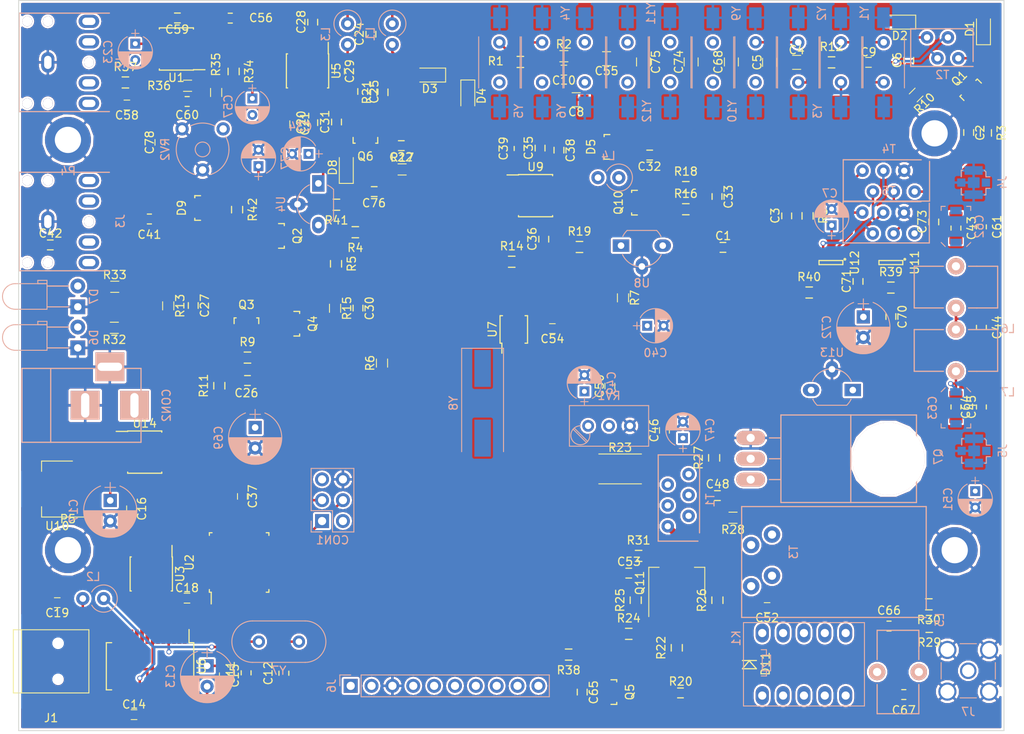
<source format=kicad_pcb>
(kicad_pcb (version 4) (host pcbnew 4.0.7)
  (layers (0 F.Cu signal) (31 B.Cu signal) (34 B.Paste user) (35 F.Paste user) (36 B.SilkS user) (37 F.SilkS user) (38 B.Mask user) (39 F.Mask user) (44 Edge.Cuts user))
  (net 0 "")
  (net 1 GND)
  (net 2 "Net-(C9-Pad1)")
  (net 3 "Net-(C25-Pad2)")
  (net 4 "Net-(C48-Pad2)")
  (net 5 "Net-(C1-Pad2)")
  (net 6 "Net-(C22-Pad2)")
  (net 7 +12V)
  (net 8 "Net-(Q10-Pad1)")
  (net 9 "Net-(C43-Pad2)")
  (net 10 "Net-(C33-Pad2)")
  (net 11 "Net-(C4-Pad2)")
  (net 12 "Net-(C2-Pad1)")
  (net 13 "Net-(C31-Pad2)")
  (net 14 "Net-(C5-Pad2)")
  (net 15 "Net-(C6-Pad1)")
  (net 16 "Net-(C11-Pad2)")
  (net 17 "Net-(C12-Pad2)")
  (net 18 "Net-(C20-Pad2)")
  (net 19 "Net-(C28-Pad1)")
  (net 20 "Net-(C29-Pad1)")
  (net 21 "Net-(C35-Pad1)")
  (net 22 "Net-(C36-Pad2)")
  (net 23 "Net-(C37-Pad2)")
  (net 24 "Net-(C41-Pad1)")
  (net 25 "Net-(C49-Pad1)")
  (net 26 "Net-(D3-Pad1)")
  (net 27 "Net-(J1-Pad2)")
  (net 28 "Net-(C6-Pad2)")
  (net 29 "Net-(C9-Pad2)")
  (net 30 "Net-(D1-Pad1)")
  (net 31 "Net-(Q11-Pad3)")
  (net 32 BPF)
  (net 33 VFO)
  (net 34 "Net-(C8-Pad2)")
  (net 35 "Net-(C10-Pad2)")
  (net 36 "Net-(C13-Pad1)")
  (net 37 GNDD)
  (net 38 "Net-(C14-Pad1)")
  (net 39 +3V3)
  (net 40 "Net-(C19-Pad1)")
  (net 41 "Net-(C21-Pad1)")
  (net 42 IF_RX)
  (net 43 "Net-(C23-Pad1)")
  (net 44 "Net-(C23-Pad2)")
  (net 45 RX_12V)
  (net 46 "Net-(C26-Pad1)")
  (net 47 TX_12V)
  (net 48 BFO_TX)
  (net 49 TX_6V)
  (net 50 "Net-(C39-Pad1)")
  (net 51 "Net-(C41-Pad2)")
  (net 52 "Net-(C46-Pad1)")
  (net 53 "Net-(C48-Pad1)")
  (net 54 "Net-(C51-Pad1)")
  (net 55 "Net-(CON1-Pad1)")
  (net 56 "Net-(CON1-Pad3)")
  (net 57 "Net-(CON1-Pad4)")
  (net 58 "Net-(CON1-Pad5)")
  (net 59 IF_TX)
  (net 60 "Net-(J1-Pad3)")
  (net 61 "Net-(K1-Pad2)")
  (net 62 "Net-(K1-Pad4)")
  (net 63 "Net-(Q10-Pad2)")
  (net 64 "Net-(Q11-Pad1)")
  (net 65 SCL)
  (net 66 SDA)
  (net 67 TX_TRX)
  (net 68 "Net-(U2-Pad30)")
  (net 69 "Net-(U2-Pad31)")
  (net 70 "Net-(U3-Pad6)")
  (net 71 "Net-(U3-Pad7)")
  (net 72 "Net-(U7-Pad2)")
  (net 73 "Net-(U7-Pad3)")
  (net 74 "Net-(C21-Pad2)")
  (net 75 "Net-(C36-Pad1)")
  (net 76 "Net-(K1-Pad7)")
  (net 77 BFO_RX)
  (net 78 "Net-(C53-Pad2)")
  (net 79 "Net-(T1-Pad2)")
  (net 80 "Net-(D6-Pad2)")
  (net 81 "Net-(D7-Pad2)")
  (net 82 "Net-(C29-Pad2)")
  (net 83 "Net-(C44-Pad1)")
  (net 84 "Net-(C45-Pad2)")
  (net 85 "Net-(C45-Pad1)")
  (net 86 "Net-(C53-Pad1)")
  (net 87 "Net-(C55-Pad2)")
  (net 88 "Net-(C56-Pad2)")
  (net 89 "Net-(C59-Pad2)")
  (net 90 "Net-(C60-Pad2)")
  (net 91 "Net-(C65-Pad1)")
  (net 92 "Net-(C66-Pad1)")
  (net 93 "Net-(C67-Pad1)")
  (net 94 "Net-(D11-Pad2)")
  (net 95 "Net-(J2-Pad2)")
  (net 96 "Net-(Q7-Pad2)")
  (net 97 "Net-(R34-Pad1)")
  (net 98 "Net-(C57-Pad1)")
  (net 99 TX_PA)
  (net 100 "Net-(C57-Pad2)")
  (net 101 "Net-(Q11-Pad4)")
  (net 102 "Net-(C68-Pad2)")
  (net 103 IO1)
  (net 104 IO2)
  (net 105 IO3)
  (net 106 IO4)
  (net 107 IO5)
  (net 108 IF)
  (net 109 "Net-(C3-Pad1)")
  (net 110 "Net-(C70-Pad1)")
  (net 111 "Net-(C73-Pad1)")
  (net 112 "Net-(T4-Pad3)")
  (net 113 "Net-(T4-Pad4)")
  (net 114 "Net-(T4-Pad5)")
  (net 115 "Net-(T4-Pad6)")
  (net 116 "Net-(C74-Pad2)")
  (net 117 "Net-(C75-Pad2)")
  (net 118 "Net-(C76-Pad2)")
  (net 119 "Net-(C77-Pad1)")
  (net 120 "Net-(C78-Pad1)")
  (net 121 "Net-(Q2-Pad3)")
  (module Mounting_Holes:MountingHole_3.2mm_M3_DIN965_Pad (layer F.Cu) (at 146.55 38.2)
    (fp_text reference P7 hide)
    (fp_text value CONN_01X01 hide)
    (pad 1 thru_hole circle (at 0 0) (size 5.6 5.6) (drill 3.2) (layers *.Cu *.Mask) (net 1 GND))
  )
  (module Mounting_Holes:MountingHole_3.2mm_M3_DIN965_Pad (layer B.Cu) (at 41 39)
    (fp_text reference P4 (at 0 3.8) (layer B.SilkS) (effects (justify mirror)))
    (fp_text value CONN_01X01)
    (pad 1 thru_hole circle (at 0 0) (size 5.6 5.6) (drill 3.2) (layers *.Cu *.Mask) (net 1 GND))
  )
  (module Mounting_Holes:MountingHole_3.2mm_M3_DIN965_Pad (layer B.Cu) (at 149 89 90)
    (fp_text reference P6 hide)
    (fp_text value CONN_01X01)
    (pad 1 thru_hole circle (at 0 0 90) (size 5.6 5.6) (drill 3.2) (layers *.Cu *.Mask) (net 1 GND))
  )
  (module Capacitors_SMD:C_0805 (layer F.Cu) (at 129.75 29.55)
    (fp_text reference C4 (at 0 -1.5) (layer F.SilkS))
    (fp_text value 62)
    (pad 1 smd rect (at -1 0) (size 1 1.25) (layers F.Cu F.Paste F.Mask) (net 1 GND))
    (pad 2 smd rect (at 1 0) (size 1 1.25) (layers F.Cu F.Paste F.Mask) (net 11 "Net-(C4-Pad2)"))
  )
  (module Capacitors_SMD:C_0805 (layer F.Cu) (at 126.45 29.55 90)
    (fp_text reference C5 (at 0 -1.5 90) (layer F.SilkS))
    (fp_text value 62)
    (pad 1 smd rect (at -1 0 90) (size 1 1.25) (layers F.Cu F.Paste F.Mask) (net 1 GND))
    (pad 2 smd rect (at 1 0 90) (size 1 1.25) (layers F.Cu F.Paste F.Mask) (net 14 "Net-(C5-Pad2)"))
  )
  (module Capacitors_SMD:C_0805 (layer F.Cu) (at 102.9 34.1 180)
    (fp_text reference C8 (at 0 -1.5 180) (layer F.SilkS))
    (fp_text value 62)
    (pad 1 smd rect (at -1 0 180) (size 1 1.25) (layers F.Cu F.Paste F.Mask) (net 1 GND))
    (pad 2 smd rect (at 1 0 180) (size 1 1.25) (layers F.Cu F.Paste F.Mask) (net 34 "Net-(C8-Pad2)"))
  )
  (module Capacitors_SMD:C_0603_HandSoldering (layer F.Cu) (at 138.5 29.55)
    (fp_text reference C9 (at 0 -1.25) (layer F.SilkS))
    (fp_text value 100nF)
    (pad 1 smd rect (at -0.95 0) (size 1.2 0.75) (layers F.Cu F.Paste F.Mask) (net 2 "Net-(C9-Pad1)"))
    (pad 2 smd rect (at 0.95 0) (size 1.2 0.75) (layers F.Cu F.Paste F.Mask) (net 29 "Net-(C9-Pad2)"))
  )
  (module Capacitors_SMD:C_0603_HandSoldering (layer F.Cu) (at 101.4 30.5 180)
    (fp_text reference C10 (at 0 -1.25 180) (layer F.SilkS))
    (fp_text value 100nF)
    (pad 1 smd rect (at -0.95 0 180) (size 1.2 0.75) (layers F.Cu F.Paste F.Mask) (net 1 GND))
    (pad 2 smd rect (at 0.95 0 180) (size 1.2 0.75) (layers F.Cu F.Paste F.Mask) (net 35 "Net-(C10-Pad2)"))
  )
  (module DragonFly:C_1206_0603 (layer F.Cu) (at 62.7 103.95 90)
    (fp_text reference C11 (at 0 -1.9 90) (layer F.SilkS))
    (fp_text value 33pF)
    (pad 2 smd rect (at 1.15 0 90) (size 1.6 1.6) (layers F.Cu F.Paste F.Mask) (net 16 "Net-(C11-Pad2)"))
    (pad 1 smd rect (at -1.15 0 90) (size 1.6 1.6) (layers F.Cu F.Paste F.Mask) (net 1 GND))
  )
  (module DragonFly:C_1206_0603 (layer F.Cu) (at 67.3 104 90)
    (fp_text reference C12 (at 0 -1.9 90) (layer F.SilkS))
    (fp_text value 33pF)
    (pad 2 smd rect (at 1.15 0 90) (size 1.6 1.6) (layers F.Cu F.Paste F.Mask) (net 17 "Net-(C12-Pad2)"))
    (pad 1 smd rect (at -1.15 0 90) (size 1.6 1.6) (layers F.Cu F.Paste F.Mask) (net 1 GND))
  )
  (module Capacitors_THT:CP_Radial_D6.3mm_P2.50mm (layer B.Cu) (at 57.95 103.1 270)
    (fp_text reference C13 (at 1.25 4.46 270) (layer B.SilkS) (effects (justify mirror)))
    (fp_text value 100µF)
    (pad 1 thru_hole rect (at 0 0 270) (size 1.6 1.6) (drill 0.8) (layers *.Cu *.Mask) (net 36 "Net-(C13-Pad1)"))
    (pad 2 thru_hole circle (at 2.5 0 270) (size 1.6 1.6) (drill 0.8) (layers *.Cu *.Mask) (net 37 GNDD))
  )
  (module Capacitors_SMD:C_0603_HandSoldering (layer F.Cu) (at 49.05 109.05)
    (fp_text reference C14 (at 0 -1.25) (layer F.SilkS))
    (fp_text value 100nF)
    (pad 1 smd rect (at -0.95 0) (size 1.2 0.75) (layers F.Cu F.Paste F.Mask) (net 38 "Net-(C14-Pad1)"))
    (pad 2 smd rect (at 0.95 0) (size 1.2 0.75) (layers F.Cu F.Paste F.Mask) (net 37 GNDD))
  )
  (module Capacitors_SMD:C_0603_HandSoldering (layer F.Cu) (at 60.05 104.3 270)
    (fp_text reference C15 (at 0 -1.25 270) (layer F.SilkS))
    (fp_text value 100nF)
    (pad 1 smd rect (at -0.95 0 270) (size 1.2 0.75) (layers F.Cu F.Paste F.Mask) (net 36 "Net-(C13-Pad1)"))
    (pad 2 smd rect (at 0.95 0 270) (size 1.2 0.75) (layers F.Cu F.Paste F.Mask) (net 37 GNDD))
  )
  (module Capacitors_SMD:C_0603_HandSoldering (layer F.Cu) (at 48.75 83.95 270)
    (fp_text reference C16 (at 0 -1.25 270) (layer F.SilkS))
    (fp_text value 100nF)
    (pad 1 smd rect (at -0.95 0 270) (size 1.2 0.75) (layers F.Cu F.Paste F.Mask) (net 39 +3V3))
    (pad 2 smd rect (at 0.95 0 270) (size 1.2 0.75) (layers F.Cu F.Paste F.Mask) (net 1 GND))
  )
  (module Capacitors_THT:CP_Radial_D6.3mm_P2.50mm (layer B.Cu) (at 46.15 82.95 270)
    (fp_text reference C17 (at 1.25 4.46 270) (layer B.SilkS) (effects (justify mirror)))
    (fp_text value 100µF)
    (pad 1 thru_hole rect (at 0 0 270) (size 1.6 1.6) (drill 0.8) (layers *.Cu *.Mask) (net 39 +3V3))
    (pad 2 thru_hole circle (at 2.5 0 270) (size 1.6 1.6) (drill 0.8) (layers *.Cu *.Mask) (net 1 GND))
  )
  (module Capacitors_SMD:C_0603_HandSoldering (layer F.Cu) (at 55.5 94.85)
    (fp_text reference C18 (at 0 -1.25) (layer F.SilkS))
    (fp_text value 100nF)
    (pad 1 smd rect (at -0.95 0) (size 1.2 0.75) (layers F.Cu F.Paste F.Mask) (net 36 "Net-(C13-Pad1)"))
    (pad 2 smd rect (at 0.95 0) (size 1.2 0.75) (layers F.Cu F.Paste F.Mask) (net 37 GNDD))
  )
  (module Capacitors_SMD:C_0603_HandSoldering (layer F.Cu) (at 39.7 95.4 180)
    (fp_text reference C19 (at 0 -1.25 180) (layer F.SilkS))
    (fp_text value 100nF)
    (pad 1 smd rect (at -0.95 0 180) (size 1.2 0.75) (layers F.Cu F.Paste F.Mask) (net 40 "Net-(C19-Pad1)"))
    (pad 2 smd rect (at 0.95 0 180) (size 1.2 0.75) (layers F.Cu F.Paste F.Mask) (net 37 GNDD))
  )
  (module Capacitors_SMD:C_0603_HandSoldering (layer F.Cu) (at 68.62 37.02 270)
    (fp_text reference C21 (at 0 -1.25 270) (layer F.SilkS))
    (fp_text value 10nF)
    (pad 1 smd rect (at -0.95 0 270) (size 1.2 0.75) (layers F.Cu F.Paste F.Mask) (net 41 "Net-(C21-Pad1)"))
    (pad 2 smd rect (at 0.95 0 270) (size 1.2 0.75) (layers F.Cu F.Paste F.Mask) (net 74 "Net-(C21-Pad2)"))
  )
  (module Capacitors_SMD:C_0603_HandSoldering (layer F.Cu) (at 74.07 30.63 270)
    (fp_text reference C29 (at 0 -1.25 270) (layer F.SilkS))
    (fp_text value 100nF)
    (pad 1 smd rect (at -0.95 0 270) (size 1.2 0.75) (layers F.Cu F.Paste F.Mask) (net 20 "Net-(C29-Pad1)"))
    (pad 2 smd rect (at 0.95 0 270) (size 1.2 0.75) (layers F.Cu F.Paste F.Mask) (net 82 "Net-(C29-Pad2)"))
  )
  (module Capacitors_SMD:C_0603_HandSoldering (layer F.Cu) (at 62.25 82.45 270)
    (fp_text reference C37 (at 0 -1.25 270) (layer F.SilkS))
    (fp_text value 100nF)
    (pad 1 smd rect (at -0.95 0 270) (size 1.2 0.75) (layers F.Cu F.Paste F.Mask) (net 1 GND))
    (pad 2 smd rect (at 0.95 0 270) (size 1.2 0.75) (layers F.Cu F.Paste F.Mask) (net 23 "Net-(C37-Pad2)"))
  )
  (module DragonFly:C_1206_0603 (layer F.Cu) (at 95.95 40.05 90)
    (fp_text reference C39 (at 0 -1.9 90) (layer F.SilkS))
    (fp_text value 1µF)
    (pad 2 smd rect (at 1.15 0 90) (size 1.6 1.6) (layers F.Cu F.Paste F.Mask) (net 1 GND))
    (pad 1 smd rect (at -1.15 0 90) (size 1.6 1.6) (layers F.Cu F.Paste F.Mask) (net 50 "Net-(C39-Pad1)"))
  )
  (module DragonFly:C_1206_0603 (layer F.Cu) (at 50.92 48.641 180)
    (fp_text reference C41 (at 0 -1.9 180) (layer F.SilkS))
    (fp_text value 1µF)
    (pad 2 smd rect (at 1.15 0 180) (size 1.6 1.6) (layers F.Cu F.Paste F.Mask) (net 51 "Net-(C41-Pad2)"))
    (pad 1 smd rect (at -1.15 0 180) (size 1.6 1.6) (layers F.Cu F.Paste F.Mask) (net 24 "Net-(C41-Pad1)"))
  )
  (module DragonFly:C_1206_0603 (layer F.Cu) (at 149.15 49.75 270)
    (fp_text reference C43 (at 0 -1.9 270) (layer F.SilkS))
    (fp_text value 10pF)
    (pad 2 smd rect (at 1.15 0 270) (size 1.6 1.6) (layers F.Cu F.Paste F.Mask) (net 9 "Net-(C43-Pad2)"))
    (pad 1 smd rect (at -1.15 0 270) (size 1.6 1.6) (layers F.Cu F.Paste F.Mask) (net 32 BPF))
  )
  (module DragonFly:C_1206_0603 (layer F.Cu) (at 152.25 61.85 270)
    (fp_text reference C44 (at 0 -1.9 270) (layer F.SilkS))
    (fp_text value 1nF)
    (pad 2 smd rect (at 1.15 0 270) (size 1.6 1.6) (layers F.Cu F.Paste F.Mask) (net 1 GND))
    (pad 1 smd rect (at -1.15 0 270) (size 1.6 1.6) (layers F.Cu F.Paste F.Mask) (net 83 "Net-(C44-Pad1)"))
  )
  (module DragonFly:C_1206_0603 (layer F.Cu) (at 149.15 71.55 270)
    (fp_text reference C45 (at 0 -1.9 270) (layer F.SilkS))
    (fp_text value 10pF)
    (pad 2 smd rect (at 1.15 0 270) (size 1.6 1.6) (layers F.Cu F.Paste F.Mask) (net 84 "Net-(C45-Pad2)"))
    (pad 1 smd rect (at -1.15 0 270) (size 1.6 1.6) (layers F.Cu F.Paste F.Mask) (net 85 "Net-(C45-Pad1)"))
  )
  (module Pin_Headers:Pin_Header_Straight_2x03_Pitch2.54mm (layer B.Cu) (at 71.95 85.45)
    (fp_text reference CON1 (at 1.27 2.33) (layer B.SilkS) (effects (justify mirror)))
    (fp_text value AVR-ISP-6)
    (pad 1 thru_hole rect (at 0 0) (size 1.7 1.7) (drill 1) (layers *.Cu *.Mask) (net 55 "Net-(CON1-Pad1)"))
    (pad 2 thru_hole oval (at 2.54 0) (size 1.7 1.7) (drill 1) (layers *.Cu *.Mask) (net 39 +3V3))
    (pad 3 thru_hole oval (at 0 -2.54) (size 1.7 1.7) (drill 1) (layers *.Cu *.Mask) (net 56 "Net-(CON1-Pad3)"))
    (pad 4 thru_hole oval (at 2.54 -2.54) (size 1.7 1.7) (drill 1) (layers *.Cu *.Mask) (net 57 "Net-(CON1-Pad4)"))
    (pad 5 thru_hole oval (at 0 -5.08) (size 1.7 1.7) (drill 1) (layers *.Cu *.Mask) (net 58 "Net-(CON1-Pad5)"))
    (pad 6 thru_hole oval (at 2.54 -5.08) (size 1.7 1.7) (drill 1) (layers *.Cu *.Mask) (net 1 GND))
  )
  (module Connectors:USB_Mini-B (layer F.Cu) (at 39.6 102.55)
    (fp_text reference J1 (at -0.65 6.9) (layer F.SilkS))
    (fp_text value USB_OTG)
    (pad 1 smd rect (at 2.8 -1.6) (size 2.3 0.5) (layers F.Cu F.Paste F.Mask) (net 40 "Net-(C19-Pad1)"))
    (pad 2 smd rect (at 2.8 -0.8) (size 2.3 0.5) (layers F.Cu F.Paste F.Mask) (net 27 "Net-(J1-Pad2)"))
    (pad 3 smd rect (at 2.8 0) (size 2.3 0.5) (layers F.Cu F.Paste F.Mask) (net 60 "Net-(J1-Pad3)"))
    (pad 4 smd rect (at 2.8 0.8) (size 2.3 0.5) (layers F.Cu F.Paste F.Mask))
    (pad 5 smd rect (at 2.8 1.6) (size 2.3 0.5) (layers F.Cu F.Paste F.Mask) (net 37 GNDD))
    (pad 6 smd rect (at 2.7 -4.45) (size 2.5 2) (layers F.Cu F.Paste F.Mask) (net 37 GNDD))
    (pad 6 smd rect (at -2.8 -4.45) (size 2.5 2) (layers F.Cu F.Paste F.Mask) (net 37 GNDD))
    (pad 6 smd rect (at 2.7 4.45) (size 2.5 2) (layers F.Cu F.Paste F.Mask) (net 37 GNDD))
    (pad 6 smd rect (at -2.8 4.45) (size 2.5 2) (layers F.Cu F.Paste F.Mask) (net 37 GNDD))
    (pad "" np_thru_hole circle (at 0.2 -2.2) (size 0.9 0.9) (drill 0.9) (layers *.Cu *.Mask))
    (pad "" np_thru_hole circle (at 0.2 2.2) (size 0.9 0.9) (drill 0.9) (layers *.Cu *.Mask))
  )
  (module DragonFly:audio_jack_3_5mm_PJ307 (layer B.Cu) (at 38.55 29.55 270)
    (fp_text reference J2 (at -0.06 -8.84 270) (layer B.SilkS) (effects (justify mirror)))
    (fp_text value JACK_TRS_3pins)
    (pad 1 thru_hole oval (at 0 0 270) (size 2.5 1.6) (drill oval 1.6 0.9) (layers *.Cu *.Mask) (net 1 GND))
    (pad 6 thru_hole oval (at 0 -5 270) (size 1.2 1.2) (drill oval 1.2) (layers *.Cu *.Mask))
    (pad 2 thru_hole oval (at 5 -5 270) (size 1.6 2.5) (drill oval 0.9 1.6) (layers *.Cu *.Mask) (net 95 "Net-(J2-Pad2)"))
    (pad 3 thru_hole oval (at 2.5 -5 270) (size 1.6 2.5) (drill oval 0.9 1.6) (layers *.Cu *.Mask) (net 95 "Net-(J2-Pad2)"))
    (pad 4 thru_hole oval (at -2.5 -5 270) (size 1.6 2.5) (drill oval 0.9 1.6) (layers *.Cu *.Mask) (net 95 "Net-(J2-Pad2)"))
    (pad 5 thru_hole oval (at -5 -5 270) (size 1.6 2.5) (drill oval 0.9 1.6) (layers *.Cu *.Mask) (net 95 "Net-(J2-Pad2)"))
    (pad 7 thru_hole oval (at 5 0 270) (size 1.2 1.2) (drill oval 1.2) (layers *.Cu *.Mask))
    (pad 8 thru_hole oval (at -5 0 270) (size 1.2 1.2) (drill oval 1.2) (layers *.Cu *.Mask))
    (pad 9 thru_hole oval (at 5 2.5 270) (size 1.2 1.2) (drill oval 1.2) (layers *.Cu *.Mask))
    (pad 10 thru_hole oval (at -5 2.5 270) (size 1.2 1.2) (drill oval 1.2) (layers *.Cu *.Mask))
  )
  (module DragonFly:audio_jack_3_5mm_PJ307 (layer B.Cu) (at 38.55 48.95 270)
    (fp_text reference J3 (at -0.06 -8.84 270) (layer B.SilkS) (effects (justify mirror)))
    (fp_text value MIC)
    (pad 1 thru_hole oval (at 0 0 270) (size 2.5 1.6) (drill oval 1.6 0.9) (layers *.Cu *.Mask) (net 1 GND))
    (pad 6 thru_hole oval (at 0 -5 270) (size 1.2 1.2) (drill oval 1.2) (layers *.Cu *.Mask))
    (pad 2 thru_hole oval (at 5 -5 270) (size 1.6 2.5) (drill oval 0.9 1.6) (layers *.Cu *.Mask) (net 51 "Net-(C41-Pad2)"))
    (pad 3 thru_hole oval (at 2.5 -5 270) (size 1.6 2.5) (drill oval 0.9 1.6) (layers *.Cu *.Mask) (net 51 "Net-(C41-Pad2)"))
    (pad 4 thru_hole oval (at -2.5 -5 270) (size 1.6 2.5) (drill oval 0.9 1.6) (layers *.Cu *.Mask) (net 51 "Net-(C41-Pad2)"))
    (pad 5 thru_hole oval (at -5 -5 270) (size 1.6 2.5) (drill oval 0.9 1.6) (layers *.Cu *.Mask) (net 51 "Net-(C41-Pad2)"))
    (pad 7 thru_hole oval (at 5 0 270) (size 1.2 1.2) (drill oval 1.2) (layers *.Cu *.Mask))
    (pad 8 thru_hole oval (at -5 0 270) (size 1.2 1.2) (drill oval 1.2) (layers *.Cu *.Mask))
    (pad 9 thru_hole oval (at 5 2.5 270) (size 1.2 1.2) (drill oval 1.2) (layers *.Cu *.Mask))
    (pad 10 thru_hole oval (at -5 2.5 270) (size 1.2 1.2) (drill oval 1.2) (layers *.Cu *.Mask))
  )
  (module DragonFly:Relay_DPDT_FRT5 (layer B.Cu) (at 125.56 99.1 270)
    (fp_text reference K1 (at 0.635 3.175 270) (layer B.SilkS) (effects (justify mirror)))
    (fp_text value TQ2-12VDC)
    (pad 1 thru_hole oval (at 0 0 270) (size 2.3 1.6) (drill 1) (layers *.Cu *.Mask) (net 7 +12V))
    (pad 2 thru_hole oval (at 0 -2.54 270) (size 2.3 1.6) (drill 1) (layers *.Cu *.Mask) (net 61 "Net-(K1-Pad2)"))
    (pad 3 thru_hole oval (at 0 -5.08 270) (size 2.3 1.6) (drill 1) (layers *.Cu *.Mask) (net 92 "Net-(C66-Pad1)"))
    (pad 4 thru_hole oval (at 0 -7.62 270) (size 2.3 1.6) (drill 1) (layers *.Cu *.Mask) (net 62 "Net-(K1-Pad4)"))
    (pad 5 thru_hole oval (at 0 -10.16 270) (size 2.3 1.6) (drill 1) (layers *.Cu *.Mask))
    (pad 6 thru_hole oval (at 7.62 -10.16 270) (size 2.3 1.6) (drill 1) (layers *.Cu *.Mask))
    (pad 7 thru_hole oval (at 7.62 -7.62 270) (size 2.3 1.6) (drill 1) (layers *.Cu *.Mask) (net 76 "Net-(K1-Pad7)"))
    (pad 8 thru_hole oval (at 7.62 -5.08 270) (size 2.3 1.6) (drill 1) (layers *.Cu *.Mask) (net 84 "Net-(C45-Pad2)"))
    (pad 9 thru_hole oval (at 7.62 -2.54 270) (size 2.3 1.6) (drill 1) (layers *.Cu *.Mask) (net 61 "Net-(K1-Pad2)"))
    (pad 10 thru_hole oval (at 7.62 0 270) (size 2.3 1.6) (drill 1) (layers *.Cu *.Mask) (net 94 "Net-(D11-Pad2)"))
  )
  (module Resistors_THT:R_Axial_DIN0309_L9.0mm_D3.2mm_P2.54mm_Vertical (layer B.Cu) (at 45.35 94.9 180)
    (fp_text reference L2 (at 1.27 2.66 180) (layer B.SilkS) (effects (justify mirror)))
    (fp_text value 5uH)
    (pad 1 thru_hole circle (at 0 0 180) (size 1.6 1.6) (drill 0.8) (layers *.Cu *.Mask) (net 36 "Net-(C13-Pad1)"))
    (pad 2 thru_hole oval (at 2.54 0 180) (size 1.6 1.6) (drill 0.8) (layers *.Cu *.Mask) (net 40 "Net-(C19-Pad1)"))
  )
  (module Resistors_THT:R_Axial_DIN0309_L9.0mm_D3.2mm_P2.54mm_Vertical (layer B.Cu) (at 75.06 24.84 270)
    (fp_text reference L3 (at 1.27 2.66 270) (layer B.SilkS) (effects (justify mirror)))
    (fp_text value 100uH)
    (pad 1 thru_hole circle (at 0 0 270) (size 1.6 1.6) (drill 0.8) (layers *.Cu *.Mask) (net 45 RX_12V))
    (pad 2 thru_hole oval (at 2.54 0 270) (size 1.6 1.6) (drill 0.8) (layers *.Cu *.Mask) (net 82 "Net-(C29-Pad2)"))
  )
  (module Resistors_THT:R_Axial_DIN0309_L9.0mm_D3.2mm_P2.54mm_Vertical (layer B.Cu) (at 108.09 43.6 180)
    (fp_text reference L4 (at 1.27 2.66 180) (layer B.SilkS) (effects (justify mirror)))
    (fp_text value 100uH)
    (pad 1 thru_hole circle (at 0 0 180) (size 1.6 1.6) (drill 0.8) (layers *.Cu *.Mask) (net 47 TX_12V))
    (pad 2 thru_hole oval (at 2.54 0 180) (size 1.6 1.6) (drill 0.8) (layers *.Cu *.Mask) (net 59 IF_TX))
  )
  (module DragonFly:R_1206_0603 (layer F.Cu) (at 96.1 29.5)
    (fp_text reference R1 (at -3 -0.1) (layer F.SilkS))
    (fp_text value 300*)
    (pad 1 smd rect (at -1.2 0 90) (size 1.7 1.4) (layers F.Cu F.Paste F.Mask) (net 26 "Net-(D3-Pad1)"))
    (pad 2 smd rect (at 1.2 0) (size 1.4 1.7) (layers F.Cu F.Paste F.Mask) (net 35 "Net-(C10-Pad2)"))
  )
  (module DragonFly:R_1206_0603 (layer F.Cu) (at 152.8 38.15 270)
    (fp_text reference R3 (at 0 -1.9 270) (layer F.SilkS))
    (fp_text value 30*)
    (pad 1 smd rect (at -1.2 0) (size 1.7 1.4) (layers F.Cu F.Paste F.Mask) (net 12 "Net-(C2-Pad1)"))
    (pad 2 smd rect (at 1.2 0 270) (size 1.4 1.7) (layers F.Cu F.Paste F.Mask) (net 108 IF))
  )
  (module DragonFly:R_1206_0603 (layer F.Cu) (at 76 50.25 180)
    (fp_text reference R4 (at 0 -1.9 180) (layer F.SilkS))
    (fp_text value 100R)
    (pad 1 smd rect (at -1.2 0 270) (size 1.7 1.4) (layers F.Cu F.Paste F.Mask) (net 77 BFO_RX))
    (pad 2 smd rect (at 1.2 0 180) (size 1.4 1.7) (layers F.Cu F.Paste F.Mask) (net 74 "Net-(C21-Pad2)"))
  )
  (module DragonFly:R_1206_0603 (layer F.Cu) (at 73.65 54.1 270)
    (fp_text reference R5 (at 0 -1.9 270) (layer F.SilkS))
    (fp_text value 27R)
    (pad 1 smd rect (at -1.2 0) (size 1.7 1.4) (layers F.Cu F.Paste F.Mask) (net 74 "Net-(C21-Pad2)"))
    (pad 2 smd rect (at 1.2 0 270) (size 1.4 1.7) (layers F.Cu F.Paste F.Mask) (net 1 GND))
  )
  (module Resistors_SMD:R_0603_HandSoldering (layer F.Cu) (at 79.25 66.2 90)
    (fp_text reference R6 (at 0 -1.45 90) (layer F.SilkS))
    (fp_text value 4.7K)
    (pad 1 smd rect (at -1.1 0 90) (size 1.2 0.9) (layers F.Cu F.Paste F.Mask) (net 39 +3V3))
    (pad 2 smd rect (at 1.1 0 90) (size 1.2 0.9) (layers F.Cu F.Paste F.Mask) (net 65 SCL))
  )
  (module Resistors_SMD:R_0603_HandSoldering (layer F.Cu) (at 108.6 58.25 270)
    (fp_text reference R7 (at 0 -1.45 270) (layer F.SilkS))
    (fp_text value 4.7K)
    (pad 1 smd rect (at -1.1 0 270) (size 1.2 0.9) (layers F.Cu F.Paste F.Mask) (net 39 +3V3))
    (pad 2 smd rect (at 1.1 0 270) (size 1.2 0.9) (layers F.Cu F.Paste F.Mask) (net 66 SDA))
  )
  (module DragonFly:R_1206_0603 (layer F.Cu) (at 134 29.55)
    (fp_text reference R12 (at 0 -1.9) (layer F.SilkS))
    (fp_text value 300*)
    (pad 1 smd rect (at -1.2 0 90) (size 1.7 1.4) (layers F.Cu F.Paste F.Mask) (net 1 GND))
    (pad 2 smd rect (at 1.2 0) (size 1.4 1.7) (layers F.Cu F.Paste F.Mask) (net 2 "Net-(C9-Pad1)"))
  )
  (module DragonFly:R_1206_0603 (layer F.Cu) (at 95.05 53.85)
    (fp_text reference R14 (at 0 -1.9) (layer F.SilkS))
    (fp_text value 100)
    (pad 1 smd rect (at -1.2 0 90) (size 1.7 1.4) (layers F.Cu F.Paste F.Mask) (net 1 GND))
    (pad 2 smd rect (at 1.2 0) (size 1.4 1.7) (layers F.Cu F.Paste F.Mask) (net 75 "Net-(C36-Pad1)"))
  )
  (module DragonFly:R_1206_0603 (layer F.Cu) (at 116.25 47.45)
    (fp_text reference R16 (at 0 -1.9) (layer F.SilkS))
    (fp_text value 10)
    (pad 1 smd rect (at -1.2 0 90) (size 1.7 1.4) (layers F.Cu F.Paste F.Mask) (net 63 "Net-(Q10-Pad2)"))
    (pad 2 smd rect (at 1.2 0) (size 1.4 1.7) (layers F.Cu F.Paste F.Mask) (net 10 "Net-(C33-Pad2)"))
  )
  (module DragonFly:R_1206_0603 (layer F.Cu) (at 116.25 44.75)
    (fp_text reference R18 (at 0 -1.9) (layer F.SilkS))
    (fp_text value 560)
    (pad 1 smd rect (at -1.2 0 90) (size 1.7 1.4) (layers F.Cu F.Paste F.Mask) (net 63 "Net-(Q10-Pad2)"))
    (pad 2 smd rect (at 1.2 0) (size 1.4 1.7) (layers F.Cu F.Paste F.Mask) (net 1 GND))
  )
  (module DragonFly:R_1206_0603 (layer F.Cu) (at 103.3 52.05)
    (fp_text reference R19 (at 0 -1.9) (layer F.SilkS))
    (fp_text value 100)
    (pad 1 smd rect (at -1.2 0 90) (size 1.7 1.4) (layers F.Cu F.Paste F.Mask) (net 75 "Net-(C36-Pad1)"))
    (pad 2 smd rect (at 1.2 0) (size 1.4 1.7) (layers F.Cu F.Paste F.Mask) (net 48 BFO_TX))
  )
  (module DragonFly:R_1206_0603 (layer F.Cu) (at 79.3 33.2 90)
    (fp_text reference R21 (at 0 -1.9 90) (layer F.SilkS))
    (fp_text value 30*)
    (pad 1 smd rect (at -1.2 0 180) (size 1.7 1.4) (layers F.Cu F.Paste F.Mask) (net 3 "Net-(C25-Pad2)"))
    (pad 2 smd rect (at 1.2 0 90) (size 1.4 1.7) (layers F.Cu F.Paste F.Mask) (net 1 GND))
  )
  (module Resistors_SMD:R_2512 (layer F.Cu) (at 108.25 79.1)
    (fp_text reference R23 (at 0 -2.6) (layer F.SilkS))
    (fp_text value 33R)
    (pad 1 smd rect (at -3.1 0) (size 1 3.2) (layers F.Cu F.Paste F.Mask) (net 7 +12V))
    (pad 2 smd rect (at 3.1 0) (size 1 3.2) (layers F.Cu F.Paste F.Mask) (net 52 "Net-(C46-Pad1)"))
  )
  (module Potentiometers:Potentiometer_Trimmer_Bourns_3296W (layer B.Cu) (at 104.36 73.85 180)
    (fp_text reference RV1 (at -2.54 3.66 180) (layer B.SilkS) (effects (justify mirror)))
    (fp_text value 1k)
    (pad 1 thru_hole circle (at 0 0 180) (size 1.44 1.44) (drill 0.8) (layers *.Cu *.Mask) (net 49 TX_6V))
    (pad 2 thru_hole circle (at -2.54 0 180) (size 1.44 1.44) (drill 0.8) (layers *.Cu *.Mask) (net 25 "Net-(C49-Pad1)"))
    (pad 3 thru_hole circle (at -5.08 0 180) (size 1.44 1.44) (drill 0.8) (layers *.Cu *.Mask) (net 1 GND))
  )
  (module DragonFly:TF14 (layer B.Cu) (at 149.44 29.05 180)
    (fp_text reference T2 (at 1.94 -2.02 180) (layer B.SilkS) (effects (justify mirror)))
    (fp_text value 1_4 hide)
    (pad 4 thru_hole circle (at 3.81 2.54 180) (size 1.524 1.524) (drill 0.762) (layers *.Cu *.Mask) (net 28 "Net-(C6-Pad2)"))
    (pad 3 thru_hole circle (at 2.54 0 180) (size 1.524 1.524) (drill 0.762) (layers *.Cu *.Mask) (net 29 "Net-(C9-Pad2)"))
    (pad 2 thru_hole circle (at 1.27 2.54 180) (size 1.524 1.524) (drill 0.762) (layers *.Cu *.Mask) (net 29 "Net-(C9-Pad2)"))
    (pad 1 thru_hole circle (at 0 0 180) (size 1.524 1.524) (drill 0.762) (layers *.Cu *.Mask) (net 30 "Net-(D1-Pad1)"))
  )
  (module Housings_QFP:TQFP-32_7x7mm_Pitch0.8mm (layer F.Cu) (at 61.85 90.5 90)
    (fp_text reference U2 (at 0 -6.05 90) (layer F.SilkS))
    (fp_text value ATMEGA8-16AU)
    (pad 1 smd rect (at -4.25 -2.8 90) (size 1.6 0.55) (layers F.Cu F.Paste F.Mask))
    (pad 2 smd rect (at -4.25 -2 90) (size 1.6 0.55) (layers F.Cu F.Paste F.Mask))
    (pad 3 smd rect (at -4.25 -1.2 90) (size 1.6 0.55) (layers F.Cu F.Paste F.Mask) (net 1 GND))
    (pad 4 smd rect (at -4.25 -0.4 90) (size 1.6 0.55) (layers F.Cu F.Paste F.Mask) (net 39 +3V3))
    (pad 5 smd rect (at -4.25 0.4 90) (size 1.6 0.55) (layers F.Cu F.Paste F.Mask) (net 1 GND))
    (pad 6 smd rect (at -4.25 1.2 90) (size 1.6 0.55) (layers F.Cu F.Paste F.Mask) (net 39 +3V3))
    (pad 7 smd rect (at -4.25 2 90) (size 1.6 0.55) (layers F.Cu F.Paste F.Mask) (net 16 "Net-(C11-Pad2)"))
    (pad 8 smd rect (at -4.25 2.8 90) (size 1.6 0.55) (layers F.Cu F.Paste F.Mask) (net 17 "Net-(C12-Pad2)"))
    (pad 9 smd rect (at -2.8 4.25 180) (size 1.6 0.55) (layers F.Cu F.Paste F.Mask) (net 103 IO1))
    (pad 10 smd rect (at -2 4.25 180) (size 1.6 0.55) (layers F.Cu F.Paste F.Mask) (net 104 IO2))
    (pad 11 smd rect (at -1.2 4.25 180) (size 1.6 0.55) (layers F.Cu F.Paste F.Mask) (net 105 IO3))
    (pad 12 smd rect (at -0.4 4.25 180) (size 1.6 0.55) (layers F.Cu F.Paste F.Mask) (net 106 IO4))
    (pad 13 smd rect (at 0.4 4.25 180) (size 1.6 0.55) (layers F.Cu F.Paste F.Mask) (net 107 IO5))
    (pad 14 smd rect (at 1.2 4.25 180) (size 1.6 0.55) (layers F.Cu F.Paste F.Mask) (net 99 TX_PA))
    (pad 15 smd rect (at 2 4.25 180) (size 1.6 0.55) (layers F.Cu F.Paste F.Mask) (net 57 "Net-(CON1-Pad4)"))
    (pad 16 smd rect (at 2.8 4.25 180) (size 1.6 0.55) (layers F.Cu F.Paste F.Mask) (net 55 "Net-(CON1-Pad1)"))
    (pad 17 smd rect (at 4.25 2.8 90) (size 1.6 0.55) (layers F.Cu F.Paste F.Mask) (net 56 "Net-(CON1-Pad3)"))
    (pad 18 smd rect (at 4.25 2 90) (size 1.6 0.55) (layers F.Cu F.Paste F.Mask) (net 39 +3V3))
    (pad 19 smd rect (at 4.25 1.2 90) (size 1.6 0.55) (layers F.Cu F.Paste F.Mask))
    (pad 20 smd rect (at 4.25 0.4 90) (size 1.6 0.55) (layers F.Cu F.Paste F.Mask) (net 23 "Net-(C37-Pad2)"))
    (pad 21 smd rect (at 4.25 -0.4 90) (size 1.6 0.55) (layers F.Cu F.Paste F.Mask) (net 1 GND))
    (pad 22 smd rect (at 4.25 -1.2 90) (size 1.6 0.55) (layers F.Cu F.Paste F.Mask))
    (pad 23 smd rect (at 4.25 -2 90) (size 1.6 0.55) (layers F.Cu F.Paste F.Mask))
    (pad 24 smd rect (at 4.25 -2.8 90) (size 1.6 0.55) (layers F.Cu F.Paste F.Mask) (net 67 TX_TRX))
    (pad 25 smd rect (at 2.8 -4.25 180) (size 1.6 0.55) (layers F.Cu F.Paste F.Mask))
    (pad 26 smd rect (at 2 -4.25 180) (size 1.6 0.55) (layers F.Cu F.Paste F.Mask))
    (pad 27 smd rect (at 1.2 -4.25 180) (size 1.6 0.55) (layers F.Cu F.Paste F.Mask) (net 66 SDA))
    (pad 28 smd rect (at 0.4 -4.25 180) (size 1.6 0.55) (layers F.Cu F.Paste F.Mask) (net 65 SCL))
    (pad 29 smd rect (at -0.4 -4.25 180) (size 1.6 0.55) (layers F.Cu F.Paste F.Mask) (net 58 "Net-(CON1-Pad5)"))
    (pad 30 smd rect (at -1.2 -4.25 180) (size 1.6 0.55) (layers F.Cu F.Paste F.Mask) (net 68 "Net-(U2-Pad30)"))
    (pad 31 smd rect (at -2 -4.25 180) (size 1.6 0.55) (layers F.Cu F.Paste F.Mask) (net 69 "Net-(U2-Pad31)"))
    (pad 32 smd rect (at -2.8 -4.25 180) (size 1.6 0.55) (layers F.Cu F.Paste F.Mask))
  )
  (module Housings_SSOP:SSOP-28_5.3x10.2mm_Pitch0.65mm (layer F.Cu) (at 51 103.15 270)
    (fp_text reference U6 (at 0 -6.25 270) (layer F.SilkS))
    (fp_text value FT232RL)
    (pad 1 smd rect (at -3.6 -4.225 270) (size 1.75 0.45) (layers F.Cu F.Paste F.Mask) (net 71 "Net-(U3-Pad7)"))
    (pad 2 smd rect (at -3.6 -3.575 270) (size 1.75 0.45) (layers F.Cu F.Paste F.Mask))
    (pad 3 smd rect (at -3.6 -2.925 270) (size 1.75 0.45) (layers F.Cu F.Paste F.Mask))
    (pad 4 smd rect (at -3.6 -2.275 270) (size 1.75 0.45) (layers F.Cu F.Paste F.Mask) (net 36 "Net-(C13-Pad1)"))
    (pad 5 smd rect (at -3.6 -1.625 270) (size 1.75 0.45) (layers F.Cu F.Paste F.Mask) (net 70 "Net-(U3-Pad6)"))
    (pad 6 smd rect (at -3.6 -0.975 270) (size 1.75 0.45) (layers F.Cu F.Paste F.Mask))
    (pad 7 smd rect (at -3.6 -0.325 270) (size 1.75 0.45) (layers F.Cu F.Paste F.Mask) (net 37 GNDD))
    (pad 8 smd rect (at -3.6 0.325 270) (size 1.75 0.45) (layers F.Cu F.Paste F.Mask))
    (pad 9 smd rect (at -3.6 0.975 270) (size 1.75 0.45) (layers F.Cu F.Paste F.Mask))
    (pad 10 smd rect (at -3.6 1.625 270) (size 1.75 0.45) (layers F.Cu F.Paste F.Mask))
    (pad 11 smd rect (at -3.6 2.275 270) (size 1.75 0.45) (layers F.Cu F.Paste F.Mask))
    (pad 12 smd rect (at -3.6 2.925 270) (size 1.75 0.45) (layers F.Cu F.Paste F.Mask))
    (pad 13 smd rect (at -3.6 3.575 270) (size 1.75 0.45) (layers F.Cu F.Paste F.Mask))
    (pad 14 smd rect (at -3.6 4.225 270) (size 1.75 0.45) (layers F.Cu F.Paste F.Mask))
    (pad 15 smd rect (at 3.6 4.225 270) (size 1.75 0.45) (layers F.Cu F.Paste F.Mask) (net 60 "Net-(J1-Pad3)"))
    (pad 16 smd rect (at 3.6 3.575 270) (size 1.75 0.45) (layers F.Cu F.Paste F.Mask) (net 27 "Net-(J1-Pad2)"))
    (pad 17 smd rect (at 3.6 2.925 270) (size 1.75 0.45) (layers F.Cu F.Paste F.Mask) (net 38 "Net-(C14-Pad1)"))
    (pad 18 smd rect (at 3.6 2.275 270) (size 1.75 0.45) (layers F.Cu F.Paste F.Mask) (net 37 GNDD))
    (pad 19 smd rect (at 3.6 1.625 270) (size 1.75 0.45) (layers F.Cu F.Paste F.Mask) (net 36 "Net-(C13-Pad1)"))
    (pad 20 smd rect (at 3.6 0.975 270) (size 1.75 0.45) (layers F.Cu F.Paste F.Mask) (net 36 "Net-(C13-Pad1)"))
    (pad 21 smd rect (at 3.6 0.325 270) (size 1.75 0.45) (layers F.Cu F.Paste F.Mask) (net 37 GNDD))
    (pad 22 smd rect (at 3.6 -0.325 270) (size 1.75 0.45) (layers F.Cu F.Paste F.Mask))
    (pad 23 smd rect (at 3.6 -0.975 270) (size 1.75 0.45) (layers F.Cu F.Paste F.Mask))
    (pad 24 smd rect (at 3.6 -1.625 270) (size 1.75 0.45) (layers F.Cu F.Paste F.Mask))
    (pad 25 smd rect (at 3.6 -2.275 270) (size 1.75 0.45) (layers F.Cu F.Paste F.Mask) (net 37 GNDD))
    (pad 26 smd rect (at 3.6 -2.925 270) (size 1.75 0.45) (layers F.Cu F.Paste F.Mask) (net 37 GNDD))
    (pad 27 smd rect (at 3.6 -3.575 270) (size 1.75 0.45) (layers F.Cu F.Paste F.Mask))
    (pad 28 smd rect (at 3.6 -4.225 270) (size 1.75 0.45) (layers F.Cu F.Paste F.Mask))
  )
  (module Housings_SSOP:MSOP-10_3x3mm_Pitch0.5mm (layer F.Cu) (at 95.3 62.1 90)
    (fp_text reference U7 (at 0 -2.6 90) (layer F.SilkS))
    (fp_text value SI5351)
    (pad 1 smd rect (at -2.2 -1 90) (size 1.4 0.3) (layers F.Cu F.Paste F.Mask) (net 39 +3V3))
    (pad 2 smd rect (at -2.2 -0.5 90) (size 1.4 0.3) (layers F.Cu F.Paste F.Mask) (net 72 "Net-(U7-Pad2)"))
    (pad 3 smd rect (at -2.2 0 90) (size 1.4 0.3) (layers F.Cu F.Paste F.Mask) (net 73 "Net-(U7-Pad3)"))
    (pad 4 smd rect (at -2.2 0.5 90) (size 1.4 0.3) (layers F.Cu F.Paste F.Mask) (net 65 SCL))
    (pad 5 smd rect (at -2.2 1 90) (size 1.4 0.3) (layers F.Cu F.Paste F.Mask) (net 66 SDA))
    (pad 6 smd rect (at 2.2 1 90) (size 1.4 0.3) (layers F.Cu F.Paste F.Mask) (net 33 VFO))
    (pad 7 smd rect (at 2.2 0.5 90) (size 1.4 0.3) (layers F.Cu F.Paste F.Mask) (net 39 +3V3))
    (pad 8 smd rect (at 2.2 0 90) (size 1.4 0.3) (layers F.Cu F.Paste F.Mask) (net 1 GND))
    (pad 9 smd rect (at 2.2 -0.5 90) (size 1.4 0.3) (layers F.Cu F.Paste F.Mask) (net 48 BFO_TX))
    (pad 10 smd rect (at 2.2 -1 90) (size 1.4 0.3) (layers F.Cu F.Paste F.Mask) (net 77 BFO_RX))
  )
  (module DragonFly:Crystal_HC49-U_Vertical (layer B.Cu) (at 140.35 27.1 270)
    (fp_text reference Y1 (at -3.5 2.35 270) (layer B.SilkS) (effects (justify mirror)))
    (fp_text value 8Mhz hide)
    (pad 1 thru_hole circle (at 0 0 270) (size 1.5 1.5) (drill 0.8) (layers *.Cu *.Mask) (net 2 "Net-(C9-Pad1)"))
    (pad 2 thru_hole circle (at 4.88 0 270) (size 1.5 1.5) (drill 0.8) (layers *.Cu *.Mask) (net 11 "Net-(C4-Pad2)"))
    (pad 3 smd rect (at 7.88 0 270) (size 2.5 1.524) (layers B.Cu B.Paste B.Mask) (net 1 GND))
    (pad 4 smd rect (at -3 0.03 270) (size 2.5 1.524) (layers B.Cu B.Paste B.Mask) (net 1 GND))
  )
  (module DragonFly:Crystal_HC49-U_Vertical (layer B.Cu) (at 135.15 27.1 270)
    (fp_text reference Y2 (at -3.5 2.35 270) (layer B.SilkS) (effects (justify mirror)))
    (fp_text value 8Mhz hide)
    (pad 1 thru_hole circle (at 0 0 270) (size 1.5 1.5) (drill 0.8) (layers *.Cu *.Mask) (net 2 "Net-(C9-Pad1)"))
    (pad 2 thru_hole circle (at 4.88 0 270) (size 1.5 1.5) (drill 0.8) (layers *.Cu *.Mask) (net 11 "Net-(C4-Pad2)"))
    (pad 3 smd rect (at 7.88 0 270) (size 2.5 1.524) (layers B.Cu B.Paste B.Mask) (net 1 GND))
    (pad 4 smd rect (at -3 0.03 270) (size 2.5 1.524) (layers B.Cu B.Paste B.Mask) (net 1 GND))
  )
  (module DragonFly:Crystal_HC49-U_Vertical (layer B.Cu) (at 129.95 32 90)
    (fp_text reference Y3 (at -3.5 2.35 90) (layer B.SilkS) (effects (justify mirror)))
    (fp_text value 8Mhz hide)
    (pad 1 thru_hole circle (at 0 0 90) (size 1.5 1.5) (drill 0.8) (layers *.Cu *.Mask) (net 11 "Net-(C4-Pad2)"))
    (pad 2 thru_hole circle (at 4.88 0 90) (size 1.5 1.5) (drill 0.8) (layers *.Cu *.Mask) (net 14 "Net-(C5-Pad2)"))
    (pad 3 smd rect (at 7.88 0 90) (size 2.5 1.524) (layers B.Cu B.Paste B.Mask) (net 1 GND))
    (pad 4 smd rect (at -3 0.03 90) (size 2.5 1.524) (layers B.Cu B.Paste B.Mask) (net 1 GND))
  )
  (module DragonFly:Crystal_HC49-U_Vertical (layer B.Cu) (at 103.95 27.1 270)
    (fp_text reference Y4 (at -3.5 2.35 270) (layer B.SilkS) (effects (justify mirror)))
    (fp_text value 8Mhz hide)
    (pad 1 thru_hole circle (at 0 0 270) (size 1.5 1.5) (drill 0.8) (layers *.Cu *.Mask) (net 87 "Net-(C55-Pad2)"))
    (pad 2 thru_hole circle (at 4.88 0 270) (size 1.5 1.5) (drill 0.8) (layers *.Cu *.Mask) (net 34 "Net-(C8-Pad2)"))
    (pad 3 smd rect (at 7.88 0 270) (size 2.5 1.524) (layers B.Cu B.Paste B.Mask) (net 1 GND))
    (pad 4 smd rect (at -3 0.03 270) (size 2.5 1.524) (layers B.Cu B.Paste B.Mask) (net 1 GND))
  )
  (module DragonFly:Crystal_HC49-U_Vertical (layer B.Cu) (at 93.55 32 90)
    (fp_text reference Y5 (at -3.5 2.35 90) (layer B.SilkS) (effects (justify mirror)))
    (fp_text value 8Mhz hide)
    (pad 1 thru_hole circle (at 0 0 90) (size 1.5 1.5) (drill 0.8) (layers *.Cu *.Mask) (net 34 "Net-(C8-Pad2)"))
    (pad 2 thru_hole circle (at 4.88 0 90) (size 1.5 1.5) (drill 0.8) (layers *.Cu *.Mask) (net 26 "Net-(D3-Pad1)"))
    (pad 3 smd rect (at 7.88 0 90) (size 2.5 1.524) (layers B.Cu B.Paste B.Mask) (net 1 GND))
    (pad 4 smd rect (at -3 0.03 90) (size 2.5 1.524) (layers B.Cu B.Paste B.Mask) (net 1 GND))
  )
  (module DragonFly:Crystal_HC49-U_Vertical (layer B.Cu) (at 98.75 32 90)
    (fp_text reference Y6 (at -3.5 2.35 90) (layer B.SilkS) (effects (justify mirror)))
    (fp_text value 8Mhz hide)
    (pad 1 thru_hole circle (at 0 0 90) (size 1.5 1.5) (drill 0.8) (layers *.Cu *.Mask) (net 34 "Net-(C8-Pad2)"))
    (pad 2 thru_hole circle (at 4.88 0 90) (size 1.5 1.5) (drill 0.8) (layers *.Cu *.Mask) (net 26 "Net-(D3-Pad1)"))
    (pad 3 smd rect (at 7.88 0 90) (size 2.5 1.524) (layers B.Cu B.Paste B.Mask) (net 1 GND))
    (pad 4 smd rect (at -3 0.03 90) (size 2.5 1.524) (layers B.Cu B.Paste B.Mask) (net 1 GND))
  )
  (module Crystals:Crystal_HC49-4H_Vertical (layer B.Cu) (at 64.25 100.15)
    (fp_text reference Y7 (at 2.44 3.525) (layer B.SilkS) (effects (justify mirror)))
    (fp_text value 8Mhz)
    (pad 1 thru_hole circle (at 0 0) (size 1.5 1.5) (drill 0.8) (layers *.Cu *.Mask) (net 16 "Net-(C11-Pad2)"))
    (pad 2 thru_hole circle (at 4.88 0) (size 1.5 1.5) (drill 0.8) (layers *.Cu *.Mask) (net 17 "Net-(C12-Pad2)"))
  )
  (module Crystals:Crystal_SMD_HC49-SD (layer B.Cu) (at 91.5 71.1 270)
    (fp_text reference Y8 (at 0 3.55 270) (layer B.SilkS) (effects (justify mirror)))
    (fp_text value 27Mhz)
    (pad 1 smd rect (at -4.25 0 270) (size 4.5 2) (layers B.Cu B.Paste B.Mask) (net 72 "Net-(U7-Pad2)"))
    (pad 2 smd rect (at 4.25 0 270) (size 4.5 2) (layers B.Cu B.Paste B.Mask) (net 73 "Net-(U7-Pad3)"))
  )
  (module Capacitors_THT:CP_Radial_D4.0mm_P2.00mm (layer B.Cu) (at 151.5 81.8 270)
    (fp_text reference C51 (at 1 3.31 270) (layer B.SilkS) (effects (justify mirror)))
    (fp_text value 10µF)
    (pad 1 thru_hole rect (at 0 0 270) (size 1.2 1.2) (drill 0.6) (layers *.Cu *.Mask) (net 54 "Net-(C51-Pad1)"))
    (pad 2 thru_hole circle (at 2 0 270) (size 1.2 1.2) (drill 0.6) (layers *.Cu *.Mask) (net 1 GND))
  )
  (module Capacitors_SMD:C_0603_HandSoldering (layer F.Cu) (at 126.15 96 180)
    (fp_text reference C52 (at 0 -1.25 180) (layer F.SilkS))
    (fp_text value 100nF)
    (pad 1 smd rect (at -0.95 0 180) (size 1.2 0.75) (layers F.Cu F.Paste F.Mask) (net 1 GND))
    (pad 2 smd rect (at 0.95 0 180) (size 1.2 0.75) (layers F.Cu F.Paste F.Mask) (net 54 "Net-(C51-Pad1)"))
  )
  (module Resistors_THT:R_Axial_DIN0309_L9.0mm_D3.2mm_P2.54mm_Vertical (layer B.Cu) (at 80.5 24.84 270)
    (fp_text reference L1 (at 1.27 2.66 270) (layer B.SilkS) (effects (justify mirror)))
    (fp_text value 100µH)
    (pad 1 thru_hole circle (at 0 0 270) (size 1.6 1.6) (drill 0.8) (layers *.Cu *.Mask) (net 45 RX_12V))
    (pad 2 thru_hole oval (at 2.54 0 270) (size 1.6 1.6) (drill 0.8) (layers *.Cu *.Mask) (net 42 IF_RX))
  )
  (module Mounting_Holes:MountingHole_3.2mm_M3_DIN965_Pad (layer F.Cu) (at 41 89)
    (fp_text reference P5 (at 0 -3.8) (layer F.SilkS))
    (fp_text value CONN_01X01)
    (pad 1 thru_hole circle (at 0 0) (size 5.6 5.6) (drill 3.2) (layers *.Cu *.Mask) (net 1 GND))
  )
  (module DragonFly:R_1206_0603 (layer F.Cu) (at 110.15 95.1 90)
    (fp_text reference R25 (at 0 -1.9 90) (layer F.SilkS))
    (fp_text value 15R)
    (pad 1 smd rect (at -1.2 0 180) (size 1.7 1.4) (layers F.Cu F.Paste F.Mask) (net 64 "Net-(Q11-Pad1)"))
    (pad 2 smd rect (at 1.2 0 90) (size 1.4 1.7) (layers F.Cu F.Paste F.Mask) (net 1 GND))
  )
  (module DragonFly:R_1206_0603 (layer F.Cu) (at 120.1 95.1 90)
    (fp_text reference R26 (at 0 -1.9 90) (layer F.SilkS))
    (fp_text value 15R)
    (pad 1 smd rect (at -1.2 0 180) (size 1.7 1.4) (layers F.Cu F.Paste F.Mask) (net 31 "Net-(Q11-Pad3)"))
    (pad 2 smd rect (at 1.2 0 90) (size 1.4 1.7) (layers F.Cu F.Paste F.Mask) (net 1 GND))
  )
  (module DragonFly:R_1206_0603 (layer F.Cu) (at 62.865 65.532)
    (fp_text reference R9 (at 0 -1.9) (layer F.SilkS))
    (fp_text value 2.7K)
    (pad 1 smd rect (at -1.2 0 90) (size 1.7 1.4) (layers F.Cu F.Paste F.Mask) (net 46 "Net-(C26-Pad1)"))
    (pad 2 smd rect (at 1.2 0) (size 1.4 1.7) (layers F.Cu F.Paste F.Mask) (net 7 +12V))
  )
  (module DragonFly:R_1206_0603 (layer F.Cu) (at 59.436 68.961 90)
    (fp_text reference R11 (at 0 -1.9 90) (layer F.SilkS))
    (fp_text value 2.7K)
    (pad 1 smd rect (at -1.2 0 180) (size 1.7 1.4) (layers F.Cu F.Paste F.Mask) (net 67 TX_TRX))
    (pad 2 smd rect (at 1.2 0 90) (size 1.4 1.7) (layers F.Cu F.Paste F.Mask) (net 46 "Net-(C26-Pad1)"))
  )
  (module DragonFly:TRANSF1_4 (layer B.Cu) (at 124.21 90.39 90)
    (fp_text reference T3 (at 1.15 5.18 90) (layer B.SilkS) (effects (justify mirror)))
    (fp_text value 1_4 hide)
    (pad 1 thru_hole circle (at -3 0 90) (size 2 2) (drill 1) (layers *.Cu *.Mask) (net 54 "Net-(C51-Pad1)"))
    (pad 2 thru_hole circle (at -1.73 2.54 90) (size 2 2) (drill 1) (layers *.Cu *.Mask) (net 96 "Net-(Q7-Pad2)"))
    (pad 3 thru_hole circle (at 2.02 0 90) (size 2 2) (drill 1) (layers *.Cu *.Mask) (net 96 "Net-(Q7-Pad2)"))
    (pad 4 thru_hole circle (at 3.29 2.54 90) (size 2 2) (drill 1) (layers *.Cu *.Mask) (net 62 "Net-(K1-Pad4)"))
  )
  (module DragonFly:R_1206_0603 (layer F.Cu) (at 115.15 100.9 90)
    (fp_text reference R22 (at 0 -1.9 90) (layer F.SilkS))
    (fp_text value 10R)
    (pad 1 smd rect (at -1.2 0 180) (size 1.7 1.4) (layers F.Cu F.Paste F.Mask) (net 76 "Net-(K1-Pad7)"))
    (pad 2 smd rect (at 1.2 0 90) (size 1.4 1.7) (layers F.Cu F.Paste F.Mask) (net 78 "Net-(C53-Pad2)"))
  )
  (module DragonFly:R_1206_0603 (layer F.Cu) (at 109.3 99.2)
    (fp_text reference R24 (at 0 -1.9) (layer F.SilkS))
    (fp_text value 3.3k)
    (pad 1 smd rect (at -1.2 0 90) (size 1.7 1.4) (layers F.Cu F.Paste F.Mask) (net 49 TX_6V))
    (pad 2 smd rect (at 1.2 0) (size 1.4 1.7) (layers F.Cu F.Paste F.Mask) (net 78 "Net-(C53-Pad2)"))
  )
  (module Capacitors_SMD:C_0603_HandSoldering (layer F.Cu) (at 113.65 74.4 90)
    (fp_text reference C46 (at 0 -1.25 90) (layer F.SilkS))
    (fp_text value 100nF)
    (pad 1 smd rect (at -0.95 0 90) (size 1.2 0.75) (layers F.Cu F.Paste F.Mask) (net 52 "Net-(C46-Pad1)"))
    (pad 2 smd rect (at 0.95 0 90) (size 1.2 0.75) (layers F.Cu F.Paste F.Mask) (net 1 GND))
  )
  (module DragonFly:R_1206_0603 (layer F.Cu) (at 119.7 77.75 90)
    (fp_text reference R27 (at 0 -1.9 90) (layer F.SilkS))
    (fp_text value 100R)
    (pad 1 smd rect (at -1.2 0 180) (size 1.7 1.4) (layers F.Cu F.Paste F.Mask) (net 4 "Net-(C48-Pad2)"))
    (pad 2 smd rect (at 1.2 0 90) (size 1.4 1.7) (layers F.Cu F.Paste F.Mask) (net 25 "Net-(C49-Pad1)"))
  )
  (module Capacitors_THT:CP_Radial_D4.0mm_P2.00mm (layer B.Cu) (at 103.9 69.65 90)
    (fp_text reference C49 (at 1 3.31 90) (layer B.SilkS) (effects (justify mirror)))
    (fp_text value 10µF)
    (pad 1 thru_hole rect (at 0 0 90) (size 1.2 1.2) (drill 0.6) (layers *.Cu *.Mask) (net 25 "Net-(C49-Pad1)"))
    (pad 2 thru_hole circle (at 2 0 90) (size 1.2 1.2) (drill 0.6) (layers *.Cu *.Mask) (net 1 GND))
  )
  (module Capacitors_SMD:C_0603_HandSoldering (layer F.Cu) (at 107 69 90)
    (fp_text reference C50 (at 0 -1.25 90) (layer F.SilkS))
    (fp_text value 100nF)
    (pad 1 smd rect (at -0.95 0 90) (size 1.2 0.75) (layers F.Cu F.Paste F.Mask) (net 25 "Net-(C49-Pad1)"))
    (pad 2 smd rect (at 0.95 0 90) (size 1.2 0.75) (layers F.Cu F.Paste F.Mask) (net 1 GND))
  )
  (module DragonFly:C_0603_HandSoldering (layer F.Cu) (at 150.7 38.1 270)
    (fp_text reference C2 (at 0.03 -1.4 270) (layer F.SilkS))
    (fp_text value 100nF hide)
    (pad 1 smd rect (at -0.95 0 270) (size 1.2 0.75) (layers F.Cu F.Paste F.Mask) (net 12 "Net-(C2-Pad1)"))
    (pad 2 smd rect (at 0.95 0 270) (size 1.2 0.75) (layers F.Cu F.Paste F.Mask) (net 108 IF))
  )
  (module DragonFly:C_0603_HandSoldering (layer F.Cu) (at 143.4 29.3 90)
    (fp_text reference C6 (at 0.03 -1.4 90) (layer F.SilkS))
    (fp_text value 100nF hide)
    (pad 1 smd rect (at -0.95 0 90) (size 1.2 0.75) (layers F.Cu F.Paste F.Mask) (net 15 "Net-(C6-Pad1)"))
    (pad 2 smd rect (at 0.95 0 90) (size 1.2 0.75) (layers F.Cu F.Paste F.Mask) (net 28 "Net-(C6-Pad2)"))
  )
  (module DragonFly:C_0603_HandSoldering (layer F.Cu) (at 70.815 36.9 90)
    (fp_text reference C20 (at 0.03 -1.4 90) (layer F.SilkS))
    (fp_text value 100nF hide)
    (pad 1 smd rect (at -0.95 0 90) (size 1.2 0.75) (layers F.Cu F.Paste F.Mask) (net 1 GND))
    (pad 2 smd rect (at 0.95 0 90) (size 1.2 0.75) (layers F.Cu F.Paste F.Mask) (net 18 "Net-(C20-Pad2)"))
  )
  (module DragonFly:C_0603_HandSoldering (layer F.Cu) (at 81.6 39.7 180)
    (fp_text reference C22 (at 0.03 -1.4 180) (layer F.SilkS))
    (fp_text value 10nF hide)
    (pad 1 smd rect (at -0.95 0 180) (size 1.2 0.75) (layers F.Cu F.Paste F.Mask) (net 42 IF_RX))
    (pad 2 smd rect (at 0.95 0 180) (size 1.2 0.75) (layers F.Cu F.Paste F.Mask) (net 6 "Net-(C22-Pad2)"))
  )
  (module DragonFly:C_0603_HandSoldering (layer F.Cu) (at 77.9 26.12 90)
    (fp_text reference C24 (at 0.03 -1.4 90) (layer F.SilkS))
    (fp_text value 100nF hide)
    (pad 1 smd rect (at -0.95 0 90) (size 1.2 0.75) (layers F.Cu F.Paste F.Mask) (net 1 GND))
    (pad 2 smd rect (at 0.95 0 90) (size 1.2 0.75) (layers F.Cu F.Paste F.Mask) (net 45 RX_12V))
  )
  (module DragonFly:C_0603_HandSoldering (layer F.Cu) (at 76.9 33.1 270)
    (fp_text reference C25 (at 0.03 -1.4 270) (layer F.SilkS))
    (fp_text value 100nF hide)
    (pad 1 smd rect (at -0.95 0 270) (size 1.2 0.75) (layers F.Cu F.Paste F.Mask) (net 1 GND))
    (pad 2 smd rect (at 0.95 0 270) (size 1.2 0.75) (layers F.Cu F.Paste F.Mask) (net 3 "Net-(C25-Pad2)"))
  )
  (module DragonFly:C_0603_HandSoldering (layer F.Cu) (at 62.865 68.326)
    (fp_text reference C26 (at -0.127 1.524) (layer F.SilkS))
    (fp_text value 100nF hide)
    (pad 1 smd rect (at -0.95 0) (size 1.2 0.75) (layers F.Cu F.Paste F.Mask) (net 46 "Net-(C26-Pad1)"))
    (pad 2 smd rect (at 0.95 0) (size 1.2 0.75) (layers F.Cu F.Paste F.Mask) (net 7 +12V))
  )
  (module DragonFly:C_0603_HandSoldering (layer F.Cu) (at 56.261 59.182 270)
    (fp_text reference C27 (at 0.03 -1.4 270) (layer F.SilkS))
    (fp_text value 100nF hide)
    (pad 1 smd rect (at -0.95 0 270) (size 1.2 0.75) (layers F.Cu F.Paste F.Mask) (net 1 GND))
    (pad 2 smd rect (at 0.95 0 270) (size 1.2 0.75) (layers F.Cu F.Paste F.Mask) (net 47 TX_12V))
  )
  (module DragonFly:C_0603_HandSoldering (layer F.Cu) (at 70.81 24.65 90)
    (fp_text reference C28 (at 0.03 -1.4 90) (layer F.SilkS))
    (fp_text value 100nF hide)
    (pad 1 smd rect (at -0.95 0 90) (size 1.2 0.75) (layers F.Cu F.Paste F.Mask) (net 19 "Net-(C28-Pad1)"))
    (pad 2 smd rect (at 0.95 0 90) (size 1.2 0.75) (layers F.Cu F.Paste F.Mask) (net 1 GND))
  )
  (module DragonFly:C_0603_HandSoldering (layer F.Cu) (at 76.327 59.497 270)
    (fp_text reference C30 (at 0.03 -1.4 270) (layer F.SilkS))
    (fp_text value 100nF hide)
    (pad 1 smd rect (at -0.95 0 270) (size 1.2 0.75) (layers F.Cu F.Paste F.Mask) (net 1 GND))
    (pad 2 smd rect (at 0.95 0 270) (size 1.2 0.75) (layers F.Cu F.Paste F.Mask) (net 45 RX_12V))
  )
  (module DragonFly:C_0603_HandSoldering (layer F.Cu) (at 73.71 36.82 90)
    (fp_text reference C31 (at 0.03 -1.4 90) (layer F.SilkS))
    (fp_text value 100nF hide)
    (pad 1 smd rect (at -0.95 0 90) (size 1.2 0.75) (layers F.Cu F.Paste F.Mask) (net 1 GND))
    (pad 2 smd rect (at 0.95 0 90) (size 1.2 0.75) (layers F.Cu F.Paste F.Mask) (net 13 "Net-(C31-Pad2)"))
  )
  (module DragonFly:C_0603_HandSoldering (layer F.Cu) (at 111.85 40.85 180)
    (fp_text reference C32 (at 0.03 -1.4 180) (layer F.SilkS))
    (fp_text value 100nF hide)
    (pad 1 smd rect (at -0.95 0 180) (size 1.2 0.75) (layers F.Cu F.Paste F.Mask) (net 1 GND))
    (pad 2 smd rect (at 0.95 0 180) (size 1.2 0.75) (layers F.Cu F.Paste F.Mask) (net 47 TX_12V))
  )
  (module DragonFly:C_0603_HandSoldering (layer F.Cu) (at 120.05 45.9 270)
    (fp_text reference C33 (at 0.03 -1.4 270) (layer F.SilkS))
    (fp_text value 100nF hide)
    (pad 1 smd rect (at -0.95 0 270) (size 1.2 0.75) (layers F.Cu F.Paste F.Mask) (net 1 GND))
    (pad 2 smd rect (at 0.95 0 270) (size 1.2 0.75) (layers F.Cu F.Paste F.Mask) (net 10 "Net-(C33-Pad2)"))
  )
  (module DragonFly:C_0603_HandSoldering (layer F.Cu) (at 98.5 40 90)
    (fp_text reference C35 (at 0.03 -1.4 90) (layer F.SilkS))
    (fp_text value 100nF hide)
    (pad 1 smd rect (at -0.95 0 90) (size 1.2 0.75) (layers F.Cu F.Paste F.Mask) (net 21 "Net-(C35-Pad1)"))
    (pad 2 smd rect (at 0.95 0 90) (size 1.2 0.75) (layers F.Cu F.Paste F.Mask) (net 1 GND))
  )
  (module DragonFly:C_0603_HandSoldering (layer F.Cu) (at 98.95 51.1 90)
    (fp_text reference C36 (at 0.03 -1.4 90) (layer F.SilkS))
    (fp_text value 10nF hide)
    (pad 1 smd rect (at -0.95 0 90) (size 1.2 0.75) (layers F.Cu F.Paste F.Mask) (net 75 "Net-(C36-Pad1)"))
    (pad 2 smd rect (at 0.95 0 90) (size 1.2 0.75) (layers F.Cu F.Paste F.Mask) (net 22 "Net-(C36-Pad2)"))
  )
  (module DragonFly:C_0603_HandSoldering (layer F.Cu) (at 100.8 40.25 270)
    (fp_text reference C38 (at 0.03 -1.4 270) (layer F.SilkS))
    (fp_text value 100nF hide)
    (pad 1 smd rect (at -0.95 0 270) (size 1.2 0.75) (layers F.Cu F.Paste F.Mask) (net 1 GND))
    (pad 2 smd rect (at 0.95 0 270) (size 1.2 0.75) (layers F.Cu F.Paste F.Mask) (net 49 TX_6V))
  )
  (module DragonFly:C_0603_HandSoldering (layer F.Cu) (at 38.85 51.8)
    (fp_text reference C42 (at 0.03 -1.4) (layer F.SilkS))
    (fp_text value 10nF hide)
    (pad 1 smd rect (at -0.95 0) (size 1.2 0.75) (layers F.Cu F.Paste F.Mask) (net 1 GND))
    (pad 2 smd rect (at 0.95 0) (size 1.2 0.75) (layers F.Cu F.Paste F.Mask) (net 51 "Net-(C41-Pad2)"))
  )
  (module DragonFly:CP_Radial_D4.0mm_P2.00mm (layer B.Cu) (at 115.9 75.35 90)
    (fp_text reference C47 (at 1 3.31 90) (layer B.SilkS) (effects (justify mirror)))
    (fp_text value 10µF)
    (pad 1 thru_hole rect (at 0 0 90) (size 1.2 1.2) (drill 0.6) (layers *.Cu *.Mask) (net 52 "Net-(C46-Pad1)"))
    (pad 2 thru_hole circle (at 2 0 90) (size 1.2 1.2) (drill 0.6) (layers *.Cu *.Mask) (net 1 GND))
  )
  (module DragonFly:C_0603_HandSoldering (layer F.Cu) (at 120.1 82.35)
    (fp_text reference C48 (at 0.03 -1.4) (layer F.SilkS))
    (fp_text value 10nF hide)
    (pad 1 smd rect (at -0.95 0) (size 1.2 0.75) (layers F.Cu F.Paste F.Mask) (net 53 "Net-(C48-Pad1)"))
    (pad 2 smd rect (at 0.95 0) (size 1.2 0.75) (layers F.Cu F.Paste F.Mask) (net 4 "Net-(C48-Pad2)"))
  )
  (module DragonFly:C_0603_HandSoldering (layer F.Cu) (at 109.3 91.8)
    (fp_text reference C53 (at 0.03 -1.4) (layer F.SilkS))
    (fp_text value 100nF hide)
    (pad 1 smd rect (at -0.95 0) (size 1.2 0.75) (layers F.Cu F.Paste F.Mask) (net 86 "Net-(C53-Pad1)"))
    (pad 2 smd rect (at 0.95 0) (size 1.2 0.75) (layers F.Cu F.Paste F.Mask) (net 78 "Net-(C53-Pad2)"))
  )
  (module Capacitors_SMD:C_0603_HandSoldering (layer F.Cu) (at 100 62 180)
    (fp_text reference C54 (at 0 -1.25 180) (layer F.SilkS))
    (fp_text value 100nF)
    (pad 1 smd rect (at -0.95 0 180) (size 1.2 0.75) (layers F.Cu F.Paste F.Mask) (net 39 +3V3))
    (pad 2 smd rect (at 0.95 0 180) (size 1.2 0.75) (layers F.Cu F.Paste F.Mask) (net 1 GND))
  )
  (module Capacitors_SMD:C_0805 (layer F.Cu) (at 106.6 29.1 180)
    (fp_text reference C55 (at 0 -1.5 180) (layer F.SilkS))
    (fp_text value 62)
    (pad 1 smd rect (at -1 0 180) (size 1 1.25) (layers F.Cu F.Paste F.Mask) (net 1 GND))
    (pad 2 smd rect (at 1 0 180) (size 1 1.25) (layers F.Cu F.Paste F.Mask) (net 87 "Net-(C55-Pad2)"))
  )
  (module DragonFly:C_1206_0603 (layer F.Cu) (at 60.77 24.16)
    (fp_text reference C56 (at 3.746 -0.03) (layer F.SilkS))
    (fp_text value 33nF)
    (pad 2 smd rect (at 1.15 0) (size 1.6 1.6) (layers F.Cu F.Paste F.Mask) (net 88 "Net-(C56-Pad2)"))
    (pad 1 smd rect (at -1.15 0) (size 1.6 1.6) (layers F.Cu F.Paste F.Mask) (net 1 GND))
  )
  (module Capacitors_SMD:C_0603_HandSoldering (layer F.Cu) (at 48.18 34.75 180)
    (fp_text reference C58 (at 0 -1.25 180) (layer F.SilkS))
    (fp_text value 100nF)
    (pad 1 smd rect (at -0.95 0 180) (size 1.2 0.75) (layers F.Cu F.Paste F.Mask) (net 45 RX_12V))
    (pad 2 smd rect (at 0.95 0 180) (size 1.2 0.75) (layers F.Cu F.Paste F.Mask) (net 1 GND))
  )
  (module DragonFly:C_0603_HandSoldering (layer F.Cu) (at 54.33 24.14 180)
    (fp_text reference C59 (at 0.03 -1.4 180) (layer F.SilkS))
    (fp_text value 4.7nF hide)
    (pad 1 smd rect (at -0.95 0 180) (size 1.2 0.75) (layers F.Cu F.Paste F.Mask) (net 1 GND))
    (pad 2 smd rect (at 0.95 0 180) (size 1.2 0.75) (layers F.Cu F.Paste F.Mask) (net 89 "Net-(C59-Pad2)"))
  )
  (module DragonFly:C_1206_0603 (layer F.Cu) (at 55.52 34.32)
    (fp_text reference C60 (at 0 1.64) (layer F.SilkS))
    (fp_text value 47nF)
    (pad 2 smd rect (at 1.15 0) (size 1.6 1.6) (layers F.Cu F.Paste F.Mask) (net 90 "Net-(C60-Pad2)"))
    (pad 1 smd rect (at -1.15 0) (size 1.6 1.6) (layers F.Cu F.Paste F.Mask) (net 43 "Net-(C23-Pad1)"))
  )
  (module DragonFly:C_1206_0603 (layer F.Cu) (at 152.25 49.6 270)
    (fp_text reference C61 (at 0 -1.9 270) (layer F.SilkS))
    (fp_text value 560pF)
    (pad 2 smd rect (at 1.15 0 270) (size 1.6 1.6) (layers F.Cu F.Paste F.Mask) (net 1 GND))
    (pad 1 smd rect (at -1.15 0 270) (size 1.6 1.6) (layers F.Cu F.Paste F.Mask) (net 32 BPF))
  )
  (module Capacitors_SMD:C_Trimmer_Voltronics_JZ (layer B.Cu) (at 149.15 49.55 90)
    (fp_text reference C62 (at 0 2.85 90) (layer B.SilkS) (effects (justify mirror)))
    (fp_text value C_Variable)
    (pad 1 smd rect (at -1.95 0 90) (size 0.9 1.4) (layers B.Cu B.Paste B.Mask) (net 9 "Net-(C43-Pad2)"))
    (pad 2 smd rect (at 1.95 0 90) (size 0.9 1.4) (layers B.Cu B.Paste B.Mask) (net 32 BPF))
  )
  (module Capacitors_SMD:C_Trimmer_Voltronics_JZ (layer B.Cu) (at 149.15 71.65 270)
    (fp_text reference C63 (at 0 2.85 270) (layer B.SilkS) (effects (justify mirror)))
    (fp_text value C_Variable)
    (pad 1 smd rect (at -1.95 0 270) (size 0.9 1.4) (layers B.Cu B.Paste B.Mask) (net 85 "Net-(C45-Pad1)"))
    (pad 2 smd rect (at 1.95 0 270) (size 0.9 1.4) (layers B.Cu B.Paste B.Mask) (net 84 "Net-(C45-Pad2)"))
  )
  (module DragonFly:C_1206_0603 (layer F.Cu) (at 152.25 71.55 90)
    (fp_text reference C64 (at 0 -1.9 90) (layer F.SilkS))
    (fp_text value 560pF)
    (pad 2 smd rect (at 1.15 0 90) (size 1.6 1.6) (layers F.Cu F.Paste F.Mask) (net 1 GND))
    (pad 1 smd rect (at -1.15 0 90) (size 1.6 1.6) (layers F.Cu F.Paste F.Mask) (net 84 "Net-(C45-Pad2)"))
  )
  (module DragonFly:C_0603_HandSoldering (layer F.Cu) (at 103.632 106.299 270)
    (fp_text reference C65 (at 0.03 -1.4 270) (layer F.SilkS))
    (fp_text value 10nF hide)
    (pad 1 smd rect (at -0.95 0 270) (size 1.2 0.75) (layers F.Cu F.Paste F.Mask) (net 91 "Net-(C65-Pad1)"))
    (pad 2 smd rect (at 0.95 0 270) (size 1.2 0.75) (layers F.Cu F.Paste F.Mask) (net 1 GND))
  )
  (module DragonFly:C_1206_0603 (layer F.Cu) (at 141 98.25)
    (fp_text reference C66 (at 0 -1.9) (layer F.SilkS))
    (fp_text value 560pF)
    (pad 2 smd rect (at 1.15 0) (size 1.6 1.6) (layers F.Cu F.Paste F.Mask) (net 1 GND))
    (pad 1 smd rect (at -1.15 0) (size 1.6 1.6) (layers F.Cu F.Paste F.Mask) (net 92 "Net-(C66-Pad1)"))
  )
  (module DragonFly:C_1206_0603 (layer F.Cu) (at 142.8 106.6 180)
    (fp_text reference C67 (at 0 -1.9 180) (layer F.SilkS))
    (fp_text value 560pF)
    (pad 2 smd rect (at 1.15 0 180) (size 1.6 1.6) (layers F.Cu F.Paste F.Mask) (net 1 GND))
    (pad 1 smd rect (at -1.15 0 180) (size 1.6 1.6) (layers F.Cu F.Paste F.Mask) (net 93 "Net-(C67-Pad1)"))
  )
  (module DragonFly:D_SOD-323_HandSoldering (layer F.Cu) (at 152.5 25.5 90)
    (fp_text reference D1 (at 0.04 -1.66 90) (layer F.SilkS))
    (fp_text value BAP50-03 hide)
    (pad 1 smd rect (at -1.25 0 90) (size 1 1) (layers F.Cu F.Paste F.Mask) (net 30 "Net-(D1-Pad1)"))
    (pad 2 smd rect (at 1.25 0 90) (size 1 1) (layers F.Cu F.Paste F.Mask) (net 47 TX_12V))
  )
  (module DragonFly:D_SOD-323_HandSoldering (layer F.Cu) (at 142.35 24.65 180)
    (fp_text reference D2 (at 0.04 -1.66 180) (layer F.SilkS))
    (fp_text value BAP50-03 hide)
    (pad 1 smd rect (at -1.25 0 180) (size 1 1) (layers F.Cu F.Paste F.Mask) (net 28 "Net-(C6-Pad2)"))
    (pad 2 smd rect (at 1.25 0 180) (size 1 1) (layers F.Cu F.Paste F.Mask) (net 45 RX_12V))
  )
  (module DragonFly:D_SOD-323_HandSoldering (layer F.Cu) (at 85.1 31.1 180)
    (fp_text reference D3 (at 0.04 -1.66 180) (layer F.SilkS))
    (fp_text value BAP50-03 hide)
    (pad 1 smd rect (at -1.25 0 180) (size 1 1) (layers F.Cu F.Paste F.Mask) (net 26 "Net-(D3-Pad1)"))
    (pad 2 smd rect (at 1.25 0 180) (size 1 1) (layers F.Cu F.Paste F.Mask) (net 42 IF_RX))
  )
  (module DragonFly:D_SOD-323_HandSoldering (layer F.Cu) (at 89.7 33.6 270)
    (fp_text reference D4 (at 0.04 -1.66 270) (layer F.SilkS))
    (fp_text value BAP50-03 hide)
    (pad 1 smd rect (at -1.25 0 270) (size 1 1) (layers F.Cu F.Paste F.Mask) (net 26 "Net-(D3-Pad1)"))
    (pad 2 smd rect (at 1.25 0 270) (size 1 1) (layers F.Cu F.Paste F.Mask) (net 59 IF_TX))
  )
  (module DragonFly:SOT-23 (layer F.Cu) (at 106.95 39.85 90)
    (fp_text reference D5 (at 0 -2.25 90) (layer F.SilkS))
    (fp_text value BAT54S)
    (pad 1 smd rect (at -0.95 1.00076 90) (size 0.8001 0.8001) (layers F.Cu F.Paste F.Mask) (net 47 TX_12V))
    (pad 2 smd rect (at 0.95 1.00076 90) (size 0.8001 0.8001) (layers F.Cu F.Paste F.Mask) (net 47 TX_12V))
    (pad 3 smd rect (at 0 -0.99822 90) (size 0.8001 0.8001) (layers F.Cu F.Paste F.Mask) (net 59 IF_TX))
  )
  (module DragonFly:LED_D3.0mm_Horizontal_O3.81mm_Z10.0mm (layer B.Cu) (at 42.2 64.35 90)
    (fp_text reference D6 (at 1.27 1.96 90) (layer B.SilkS) (effects (justify mirror)))
    (fp_text value RED)
    (pad 1 thru_hole rect (at 0 0 90) (size 1.8 1.8) (drill 0.9) (layers *.Cu *.Mask) (net 1 GND))
    (pad 2 thru_hole circle (at 2.54 0 90) (size 1.8 1.8) (drill 0.9) (layers *.Cu *.Mask) (net 80 "Net-(D6-Pad2)"))
  )
  (module DragonFly:LED_D3.0mm_Horizontal_O3.81mm_Z10.0mm (layer B.Cu) (at 42.2 59.35 90)
    (fp_text reference D7 (at 1.27 1.96 90) (layer B.SilkS) (effects (justify mirror)))
    (fp_text value GREEN)
    (pad 1 thru_hole rect (at 0 0 90) (size 1.8 1.8) (drill 0.9) (layers *.Cu *.Mask) (net 1 GND))
    (pad 2 thru_hole circle (at 2.54 0 90) (size 1.8 1.8) (drill 0.9) (layers *.Cu *.Mask) (net 81 "Net-(D7-Pad2)"))
  )
  (module DragonFly:MiniMELF_Standard (layer F.Cu) (at 124 102.85 270)
    (fp_text reference D11 (at 0 -1.95 270) (layer F.SilkS))
    (fp_text value LL4148)
    (pad 1 smd rect (at -1.75006 0 270) (size 1.30048 1.69926) (layers F.Cu F.Paste F.Mask) (net 7 +12V))
    (pad 2 smd rect (at 1.75006 0 270) (size 1.30048 1.69926) (layers F.Cu F.Paste F.Mask) (net 94 "Net-(D11-Pad2)"))
  )
  (module DragonFly:U.FL_Molex_MCRF_73412-0110_Vertical (layer B.Cu) (at 151.3 44.2 270)
    (fp_text reference J4 (at 0 -3.5 270) (layer B.SilkS) (effects (justify mirror)))
    (fp_text value Conn_Coaxial)
    (pad 2 smd rect (at -1.475 0 270) (size 1.05 2.2) (layers B.Cu B.Paste B.Mask) (net 1 GND))
    (pad 2 smd rect (at 1.475 0 270) (size 1.05 2.2) (layers B.Cu B.Paste B.Mask) (net 1 GND))
    (pad 2 smd rect (at 0 1.5 270) (size 1 1) (layers B.Cu B.Paste B.Mask) (net 1 GND))
    (pad 1 smd rect (at 0 -1.5 270) (size 1 1) (layers B.Cu B.Paste B.Mask) (net 32 BPF))
  )
  (module DragonFly:U.FL_Molex_MCRF_73412-0110_Vertical (layer B.Cu) (at 151.35 76.9 270)
    (fp_text reference J5 (at 0 -3.5 270) (layer B.SilkS) (effects (justify mirror)))
    (fp_text value Conn_Coaxial)
    (pad 2 smd rect (at -1.475 0 270) (size 1.05 2.2) (layers B.Cu B.Paste B.Mask) (net 1 GND))
    (pad 2 smd rect (at 1.475 0 270) (size 1.05 2.2) (layers B.Cu B.Paste B.Mask) (net 1 GND))
    (pad 2 smd rect (at 0 1.5 270) (size 1 1) (layers B.Cu B.Paste B.Mask) (net 1 GND))
    (pad 1 smd rect (at 0 -1.5 270) (size 1 1) (layers B.Cu B.Paste B.Mask) (net 84 "Net-(C45-Pad2)"))
  )
  (module DragonFly:SMA_THT_Jack_Straight (layer B.Cu) (at 150.65 103.7)
    (fp_text reference J7 (at 0 5) (layer B.SilkS) (effects (justify mirror)))
    (fp_text value ANT)
    (pad 2 thru_hole circle (at -2.54 -2.54) (size 2.2 2.2) (drill 1.7) (layers *.Cu *.Mask) (net 1 GND))
    (pad 2 thru_hole circle (at -2.54 2.54) (size 2.2 2.2) (drill 1.7) (layers *.Cu *.Mask) (net 1 GND))
    (pad 2 thru_hole circle (at 2.54 2.54) (size 2.2 2.2) (drill 1.7) (layers *.Cu *.Mask) (net 1 GND))
    (pad 2 thru_hole circle (at 2.54 -2.54) (size 2.2 2.2) (drill 1.7) (layers *.Cu *.Mask) (net 1 GND))
    (pad 1 thru_hole circle (at 0 0) (size 2 2) (drill 1.5) (layers *.Cu *.Mask) (net 93 "Net-(C67-Pad1)"))
  )
  (module DragonFly:Choke_Toroid_5x10mm_Vertical (layer B.Cu) (at 139.55 108.93 90)
    (fp_text reference L5 (at 11.43 7.62 90) (layer B.SilkS) (effects (justify mirror)))
    (fp_text value 1uH)
    (pad 1 thru_hole circle (at 5.08 0 90) (size 1.99898 1.99898) (drill 1.00076) (layers *.Cu *.Mask B.SilkS) (net 92 "Net-(C66-Pad1)"))
    (pad 2 thru_hole circle (at 5.08 5.08 90) (size 1.99898 1.99898) (drill 1.00076) (layers *.Cu *.Mask B.SilkS) (net 93 "Net-(C67-Pad1)"))
  )
  (module DragonFly:Choke_Toroid_5x10mm_Vertical (layer B.Cu) (at 144.07 54.4)
    (fp_text reference L6 (at 11.43 7.62) (layer B.SilkS) (effects (justify mirror)))
    (fp_text value 31uH)
    (pad 1 thru_hole circle (at 5.08 0) (size 1.99898 1.99898) (drill 1.00076) (layers *.Cu *.Mask B.SilkS) (net 9 "Net-(C43-Pad2)"))
    (pad 2 thru_hole circle (at 5.08 5.08) (size 1.99898 1.99898) (drill 1.00076) (layers *.Cu *.Mask B.SilkS) (net 83 "Net-(C44-Pad1)"))
  )
  (module DragonFly:Choke_Toroid_5x10mm_Vertical (layer B.Cu) (at 144.07 62.12)
    (fp_text reference L7 (at 11.43 7.62) (layer B.SilkS) (effects (justify mirror)))
    (fp_text value 31uH)
    (pad 1 thru_hole circle (at 5.08 0) (size 1.99898 1.99898) (drill 1.00076) (layers *.Cu *.Mask B.SilkS) (net 83 "Net-(C44-Pad1)"))
    (pad 2 thru_hole circle (at 5.08 5.08) (size 1.99898 1.99898) (drill 1.00076) (layers *.Cu *.Mask B.SilkS) (net 85 "Net-(C45-Pad1)"))
  )
  (module DragonFly:SOT-23 (layer F.Cu) (at 68.56476 61.402 270)
    (fp_text reference Q4 (at 0 -2.25 270) (layer F.SilkS))
    (fp_text value SI2301-TP)
    (pad 1 smd rect (at -0.95 1.00076 270) (size 0.8001 0.8001) (layers F.Cu F.Paste F.Mask) (net 47 TX_12V))
    (pad 2 smd rect (at 0.95 1.00076 270) (size 0.8001 0.8001) (layers F.Cu F.Paste F.Mask) (net 7 +12V))
    (pad 3 smd rect (at 0 -0.99822 270) (size 0.8001 0.8001) (layers F.Cu F.Paste F.Mask) (net 45 RX_12V))
  )
  (module DragonFly:SOT-23 (layer F.Cu) (at 107.188 106.299 270)
    (fp_text reference Q5 (at 0 -2.25 270) (layer F.SilkS))
    (fp_text value MMBT2222A)
    (pad 1 smd rect (at -0.95 1.00076 270) (size 0.8001 0.8001) (layers F.Cu F.Paste F.Mask) (net 91 "Net-(C65-Pad1)"))
    (pad 2 smd rect (at 0.95 1.00076 270) (size 0.8001 0.8001) (layers F.Cu F.Paste F.Mask) (net 1 GND))
    (pad 3 smd rect (at 0 -0.99822 270) (size 0.8001 0.8001) (layers F.Cu F.Paste F.Mask) (net 94 "Net-(D11-Pad2)"))
  )
  (module DragonFly:SOT-23 (layer F.Cu) (at 110.3 46.65 90)
    (fp_text reference Q10 (at 0 -2.25 90) (layer F.SilkS))
    (fp_text value MMBT4401LT1G)
    (pad 1 smd rect (at -0.95 1.00076 90) (size 0.8001 0.8001) (layers F.Cu F.Paste F.Mask) (net 8 "Net-(Q10-Pad1)"))
    (pad 2 smd rect (at 0.95 1.00076 90) (size 0.8001 0.8001) (layers F.Cu F.Paste F.Mask) (net 63 "Net-(Q10-Pad2)"))
    (pad 3 smd rect (at 0 -0.99822 90) (size 0.8001 0.8001) (layers F.Cu F.Paste F.Mask) (net 59 IF_TX))
  )
  (module DragonFly:SOT-223 (layer F.Cu) (at 115.15 93 90)
    (fp_text reference Q11 (at 0 -4.5 90) (layer F.SilkS))
    (fp_text value BFG591)
    (pad 4 smd rect (at 3.15 0 90) (size 2 3.8) (layers F.Cu F.Paste F.Mask) (net 101 "Net-(Q11-Pad4)"))
    (pad 2 smd rect (at -3.15 0 90) (size 2 1.5) (layers F.Cu F.Paste F.Mask) (net 78 "Net-(C53-Pad2)"))
    (pad 3 smd rect (at -3.15 2.3 90) (size 2 1.5) (layers F.Cu F.Paste F.Mask) (net 31 "Net-(Q11-Pad3)"))
    (pad 1 smd rect (at -3.15 -2.3 90) (size 2 1.5) (layers F.Cu F.Paste F.Mask) (net 64 "Net-(Q11-Pad1)"))
  )
  (module DragonFly:R_0603_HandSoldering (layer F.Cu) (at 101.4 28.8)
    (fp_text reference R2 (at 0 -1.45) (layer F.SilkS))
    (fp_text value 1k)
    (pad 1 smd rect (at -1.1 0) (size 1.2 0.9) (layers F.Cu F.Paste F.Mask) (net 35 "Net-(C10-Pad2)"))
    (pad 2 smd rect (at 1.1 0) (size 1.2 0.9) (layers F.Cu F.Paste F.Mask) (net 1 GND))
  )
  (module DragonFly:R_0603_HandSoldering (layer F.Cu) (at 144.3 33.525 225)
    (fp_text reference R10 (at 0 -1.45 225) (layer F.SilkS))
    (fp_text value 10k)
    (pad 1 smd rect (at -1.1 0 225) (size 1.2 0.9) (layers F.Cu F.Paste F.Mask) (net 15 "Net-(C6-Pad1)"))
    (pad 2 smd rect (at 1.1 0 225) (size 1.2 0.9) (layers F.Cu F.Paste F.Mask) (net 1 GND))
  )
  (module DragonFly:R_0603_HandSoldering (layer F.Cu) (at 53.213 59.225 270)
    (fp_text reference R13 (at 0 -1.45 270) (layer F.SilkS))
    (fp_text value 4.7K)
    (pad 1 smd rect (at -1.1 0 270) (size 1.2 0.9) (layers F.Cu F.Paste F.Mask) (net 1 GND))
    (pad 2 smd rect (at 1.1 0 270) (size 1.2 0.9) (layers F.Cu F.Paste F.Mask) (net 47 TX_12V))
  )
  (module DragonFly:R_0603_HandSoldering (layer F.Cu) (at 73.533 59.52 270)
    (fp_text reference R15 (at 0 -1.45 270) (layer F.SilkS))
    (fp_text value 4.7K)
    (pad 1 smd rect (at -1.1 0 270) (size 1.2 0.9) (layers F.Cu F.Paste F.Mask) (net 1 GND))
    (pad 2 smd rect (at 1.1 0 270) (size 1.2 0.9) (layers F.Cu F.Paste F.Mask) (net 45 RX_12V))
  )
  (module DragonFly:R_0603_HandSoldering (layer F.Cu) (at 81.7 42.6)
    (fp_text reference R17 (at 0 -1.45) (layer F.SilkS))
    (fp_text value 10k)
    (pad 1 smd rect (at -1.1 0) (size 1.2 0.9) (layers F.Cu F.Paste F.Mask) (net 6 "Net-(C22-Pad2)"))
    (pad 2 smd rect (at 1.1 0) (size 1.2 0.9) (layers F.Cu F.Paste F.Mask) (net 1 GND))
  )
  (module DragonFly:C_0603_HandSoldering (layer F.Cu) (at 115.6 106.4)
    (fp_text reference R20 (at 0.03 -1.4) (layer F.SilkS))
    (fp_text value 1K hide)
    (pad 1 smd rect (at -0.95 0) (size 1.2 0.75) (layers F.Cu F.Paste F.Mask) (net 76 "Net-(K1-Pad7)"))
    (pad 2 smd rect (at 0.95 0) (size 1.2 0.75) (layers F.Cu F.Paste F.Mask) (net 1 GND))
  )
  (module DragonFly:R_1206_0603 (layer F.Cu) (at 145.9 98.35 180)
    (fp_text reference R29 (at 0 -1.9 180) (layer F.SilkS))
    (fp_text value 10K)
    (pad 1 smd rect (at -1.2 0 270) (size 1.7 1.4) (layers F.Cu F.Paste F.Mask) (net 93 "Net-(C67-Pad1)"))
    (pad 2 smd rect (at 1.2 0 180) (size 1.4 1.7) (layers F.Cu F.Paste F.Mask) (net 1 GND))
  )
  (module DragonFly:R_1206_0603 (layer F.Cu) (at 145.85 95.6 180)
    (fp_text reference R30 (at 0 -1.9 180) (layer F.SilkS))
    (fp_text value 10K)
    (pad 1 smd rect (at -1.2 0 270) (size 1.7 1.4) (layers F.Cu F.Paste F.Mask) (net 93 "Net-(C67-Pad1)"))
    (pad 2 smd rect (at 1.2 0 180) (size 1.4 1.7) (layers F.Cu F.Paste F.Mask) (net 1 GND))
  )
  (module DragonFly:R_0603_HandSoldering (layer F.Cu) (at 46.65 61.9 180)
    (fp_text reference R32 (at 0 -1.45 180) (layer F.SilkS))
    (fp_text value 4.7K)
    (pad 1 smd rect (at -1.1 0 180) (size 1.2 0.9) (layers F.Cu F.Paste F.Mask) (net 80 "Net-(D6-Pad2)"))
    (pad 2 smd rect (at 1.1 0 180) (size 1.2 0.9) (layers F.Cu F.Paste F.Mask) (net 47 TX_12V))
  )
  (module DragonFly:R_0603_HandSoldering (layer F.Cu) (at 46.7 56.9)
    (fp_text reference R33 (at 0 -1.45) (layer F.SilkS))
    (fp_text value 4.7K)
    (pad 1 smd rect (at -1.1 0) (size 1.2 0.9) (layers F.Cu F.Paste F.Mask) (net 81 "Net-(D7-Pad2)"))
    (pad 2 smd rect (at 1.1 0) (size 1.2 0.9) (layers F.Cu F.Paste F.Mask) (net 45 RX_12V))
  )
  (module DragonFly:R_1206_0603 (layer F.Cu) (at 61.18 30.66 90)
    (fp_text reference R34 (at -0.01 1.88 90) (layer F.SilkS))
    (fp_text value 100k)
    (pad 1 smd rect (at -1.2 0 180) (size 1.7 1.4) (layers F.Cu F.Paste F.Mask) (net 97 "Net-(R34-Pad1)"))
    (pad 2 smd rect (at 1.2 0 90) (size 1.4 1.7) (layers F.Cu F.Paste F.Mask) (net 98 "Net-(C57-Pad1)"))
  )
  (module DragonFly:R_0603_HandSoldering (layer F.Cu) (at 59.05 33.22 90)
    (fp_text reference R35 (at 3.41 -0.02 90) (layer F.SilkS))
    (fp_text value 1k)
    (pad 1 smd rect (at -1.1 0 90) (size 1.2 0.9) (layers F.Cu F.Paste F.Mask) (net 90 "Net-(C60-Pad2)"))
    (pad 2 smd rect (at 1.1 0 90) (size 1.2 0.9) (layers F.Cu F.Paste F.Mask) (net 97 "Net-(R34-Pad1)"))
  )
  (module DragonFly:R_0603_HandSoldering (layer F.Cu) (at 55.57 32.4)
    (fp_text reference R36 (at -3.47 0) (layer F.SilkS))
    (fp_text value 15k)
    (pad 1 smd rect (at -1.1 0) (size 1.2 0.9) (layers F.Cu F.Paste F.Mask) (net 89 "Net-(C59-Pad2)"))
    (pad 2 smd rect (at 1.1 0) (size 1.2 0.9) (layers F.Cu F.Paste F.Mask) (net 90 "Net-(C60-Pad2)"))
  )
  (module DragonFly:R_1206_0603 (layer F.Cu) (at 48 32)
    (fp_text reference R37 (at 0 -1.9) (layer F.SilkS))
    (fp_text value 330)
    (pad 1 smd rect (at -1.2 0 90) (size 1.7 1.4) (layers F.Cu F.Paste F.Mask) (net 95 "Net-(J2-Pad2)"))
    (pad 2 smd rect (at 1.2 0) (size 1.4 1.7) (layers F.Cu F.Paste F.Mask) (net 44 "Net-(C23-Pad2)"))
  )
  (module DragonFly:R_1206_0603 (layer F.Cu) (at 101.981 101.727 180)
    (fp_text reference R38 (at 0 -1.9 180) (layer F.SilkS))
    (fp_text value 3.3K)
    (pad 1 smd rect (at -1.2 0 270) (size 1.7 1.4) (layers F.Cu F.Paste F.Mask) (net 91 "Net-(C65-Pad1)"))
    (pad 2 smd rect (at 1.2 0 180) (size 1.4 1.7) (layers F.Cu F.Paste F.Mask) (net 99 TX_PA))
  )
  (module Potentiometers:Potentiometer_Trimmer_Piher_PT-6v_Horizontal (layer B.Cu) (at 59.9 37.66 270)
    (fp_text reference RV2 (at 2.5 7.06 270) (layer B.SilkS) (effects (justify mirror)))
    (fp_text value 1k)
    (pad 3 thru_hole circle (at 0 5 270) (size 1.62 1.62) (drill 0.9) (layers *.Cu *.Mask) (net 1 GND))
    (pad 2 thru_hole circle (at 5 2.5 270) (size 1.62 1.62) (drill 0.9) (layers *.Cu *.Mask) (net 1 GND))
    (pad 1 thru_hole circle (at 0 0 270) (size 1.62 1.62) (drill 0.9) (layers *.Cu *.Mask) (net 100 "Net-(C57-Pad2)"))
  )
  (module DragonFly:SOIC-8_3.9x4.9mm_Pitch1.27mm (layer F.Cu) (at 54.21 27.92 180)
    (fp_text reference U1 (at 0 -3.5 180) (layer F.SilkS))
    (fp_text value NE5532)
    (pad 1 smd rect (at -2.7 -1.905 180) (size 1.55 0.6) (layers F.Cu F.Paste F.Mask) (net 97 "Net-(R34-Pad1)"))
    (pad 2 smd rect (at -2.7 -0.635 180) (size 1.55 0.6) (layers F.Cu F.Paste F.Mask) (net 98 "Net-(C57-Pad1)"))
    (pad 3 smd rect (at -2.7 0.635 180) (size 1.55 0.6) (layers F.Cu F.Paste F.Mask) (net 88 "Net-(C56-Pad2)"))
    (pad 4 smd rect (at -2.7 1.905 180) (size 1.55 0.6) (layers F.Cu F.Paste F.Mask) (net 1 GND))
    (pad 5 smd rect (at 2.7 1.905 180) (size 1.55 0.6) (layers F.Cu F.Paste F.Mask) (net 89 "Net-(C59-Pad2)"))
    (pad 6 smd rect (at 2.7 0.635 180) (size 1.55 0.6) (layers F.Cu F.Paste F.Mask) (net 43 "Net-(C23-Pad1)"))
    (pad 7 smd rect (at 2.7 -0.635 180) (size 1.55 0.6) (layers F.Cu F.Paste F.Mask) (net 43 "Net-(C23-Pad1)"))
    (pad 8 smd rect (at 2.7 -1.905 180) (size 1.55 0.6) (layers F.Cu F.Paste F.Mask) (net 45 RX_12V))
  )
  (module DragonFly:SOIC-8_3.9x4.9mm_Pitch1.27mm (layer F.Cu) (at 51.15 91.9 270)
    (fp_text reference U3 (at 0 -3.5 270) (layer F.SilkS))
    (fp_text value ADuM1201CR)
    (pad 1 smd rect (at -2.7 -1.905 270) (size 1.55 0.6) (layers F.Cu F.Paste F.Mask) (net 39 +3V3))
    (pad 2 smd rect (at -2.7 -0.635 270) (size 1.55 0.6) (layers F.Cu F.Paste F.Mask) (net 68 "Net-(U2-Pad30)"))
    (pad 3 smd rect (at -2.7 0.635 270) (size 1.55 0.6) (layers F.Cu F.Paste F.Mask) (net 69 "Net-(U2-Pad31)"))
    (pad 4 smd rect (at -2.7 1.905 270) (size 1.55 0.6) (layers F.Cu F.Paste F.Mask) (net 1 GND))
    (pad 5 smd rect (at 2.7 1.905 270) (size 1.55 0.6) (layers F.Cu F.Paste F.Mask) (net 37 GNDD))
    (pad 6 smd rect (at 2.7 0.635 270) (size 1.55 0.6) (layers F.Cu F.Paste F.Mask) (net 70 "Net-(U3-Pad6)"))
    (pad 7 smd rect (at 2.7 -0.635 270) (size 1.55 0.6) (layers F.Cu F.Paste F.Mask) (net 71 "Net-(U3-Pad7)"))
    (pad 8 smd rect (at 2.7 -1.905 270) (size 1.55 0.6) (layers F.Cu F.Paste F.Mask) (net 36 "Net-(C13-Pad1)"))
  )
  (module DragonFly:SOIC-8_3.9x4.9mm_Pitch1.27mm (layer F.Cu) (at 70.18 30.59 270)
    (fp_text reference U5 (at 0 -3.5 270) (layer F.SilkS))
    (fp_text value SA612)
    (pad 1 smd rect (at -2.7 -1.905 270) (size 1.55 0.6) (layers F.Cu F.Paste F.Mask) (net 20 "Net-(C29-Pad1)"))
    (pad 2 smd rect (at -2.7 -0.635 270) (size 1.55 0.6) (layers F.Cu F.Paste F.Mask) (net 19 "Net-(C28-Pad1)"))
    (pad 3 smd rect (at -2.7 0.635 270) (size 1.55 0.6) (layers F.Cu F.Paste F.Mask) (net 1 GND))
    (pad 4 smd rect (at -2.7 1.905 270) (size 1.55 0.6) (layers F.Cu F.Paste F.Mask) (net 88 "Net-(C56-Pad2)"))
    (pad 5 smd rect (at 2.7 1.905 270) (size 1.55 0.6) (layers F.Cu F.Paste F.Mask))
    (pad 6 smd rect (at 2.7 0.635 270) (size 1.55 0.6) (layers F.Cu F.Paste F.Mask) (net 41 "Net-(C21-Pad1)"))
    (pad 7 smd rect (at 2.7 -0.635 270) (size 1.55 0.6) (layers F.Cu F.Paste F.Mask) (net 18 "Net-(C20-Pad2)"))
    (pad 8 smd rect (at 2.7 -1.905 270) (size 1.55 0.6) (layers F.Cu F.Paste F.Mask) (net 13 "Net-(C31-Pad2)"))
  )
  (module DragonFly:SOIC-8_3.9x4.9mm_Pitch1.27mm (layer F.Cu) (at 97.95 45.795)
    (fp_text reference U9 (at 0 -3.5) (layer F.SilkS))
    (fp_text value SA612)
    (pad 1 smd rect (at -2.7 -1.905) (size 1.55 0.6) (layers F.Cu F.Paste F.Mask) (net 50 "Net-(C39-Pad1)"))
    (pad 2 smd rect (at -2.7 -0.635) (size 1.55 0.6) (layers F.Cu F.Paste F.Mask) (net 24 "Net-(C41-Pad1)"))
    (pad 3 smd rect (at -2.7 0.635) (size 1.55 0.6) (layers F.Cu F.Paste F.Mask) (net 1 GND))
    (pad 4 smd rect (at -2.7 1.905) (size 1.55 0.6) (layers F.Cu F.Paste F.Mask))
    (pad 5 smd rect (at 2.7 1.905) (size 1.55 0.6) (layers F.Cu F.Paste F.Mask) (net 8 "Net-(Q10-Pad1)"))
    (pad 6 smd rect (at 2.7 0.635) (size 1.55 0.6) (layers F.Cu F.Paste F.Mask) (net 22 "Net-(C36-Pad2)"))
    (pad 7 smd rect (at 2.7 -0.635) (size 1.55 0.6) (layers F.Cu F.Paste F.Mask) (net 21 "Net-(C35-Pad1)"))
    (pad 8 smd rect (at 2.7 -1.905) (size 1.55 0.6) (layers F.Cu F.Paste F.Mask) (net 49 TX_6V))
  )
  (module DragonFly:SOT-223 (layer F.Cu) (at 39.7 81.55 180)
    (fp_text reference U10 (at 0 -4.5 180) (layer F.SilkS))
    (fp_text value LD1117S33TR)
    (pad 4 smd rect (at 3.15 0 180) (size 2 3.8) (layers F.Cu F.Paste F.Mask))
    (pad 2 smd rect (at -3.15 0 180) (size 2 1.5) (layers F.Cu F.Paste F.Mask) (net 39 +3V3))
    (pad 3 smd rect (at -3.15 2.3 180) (size 2 1.5) (layers F.Cu F.Paste F.Mask) (net 7 +12V))
    (pad 1 smd rect (at -3.15 -2.3 180) (size 2 1.5) (layers F.Cu F.Paste F.Mask) (net 1 GND))
  )
  (module DragonFly:Crystal_HC49-U_Vertical (layer B.Cu) (at 124.75 27.1 270)
    (fp_text reference Y9 (at -3.5 2.35 270) (layer B.SilkS) (effects (justify mirror)))
    (fp_text value 8Mhz hide)
    (pad 1 thru_hole circle (at 0 0 270) (size 1.5 1.5) (drill 0.8) (layers *.Cu *.Mask) (net 14 "Net-(C5-Pad2)"))
    (pad 2 thru_hole circle (at 4.88 0 270) (size 1.5 1.5) (drill 0.8) (layers *.Cu *.Mask) (net 102 "Net-(C68-Pad2)"))
    (pad 3 smd rect (at 7.88 0 270) (size 2.5 1.524) (layers B.Cu B.Paste B.Mask) (net 1 GND))
    (pad 4 smd rect (at -3 0.03 270) (size 2.5 1.524) (layers B.Cu B.Paste B.Mask) (net 1 GND))
  )
  (module DragonFly:CP_Radial_D4.0mm_P2.00mm (layer B.Cu) (at 49.2 27.27 270)
    (fp_text reference C23 (at 1 3.31 270) (layer B.SilkS) (effects (justify mirror)))
    (fp_text value 1µF)
    (pad 1 thru_hole rect (at 0 0 270) (size 1.2 1.2) (drill 0.6) (layers *.Cu *.Mask) (net 43 "Net-(C23-Pad1)"))
    (pad 2 thru_hole circle (at 2 0 270) (size 1.2 1.2) (drill 0.6) (layers *.Cu *.Mask) (net 44 "Net-(C23-Pad2)"))
  )
  (module DragonFly:CP_Radial_D4.0mm_P2.00mm (layer B.Cu) (at 63.46 33.95 270)
    (fp_text reference C57 (at 0.96 2.93 270) (layer B.SilkS) (effects (justify mirror)))
    (fp_text value 10µF)
    (pad 1 thru_hole rect (at 0 0 270) (size 1.2 1.2) (drill 0.6) (layers *.Cu *.Mask) (net 98 "Net-(C57-Pad1)"))
    (pad 2 thru_hole circle (at 2 0 270) (size 1.2 1.2) (drill 0.6) (layers *.Cu *.Mask) (net 100 "Net-(C57-Pad2)"))
  )
  (module DragonFly:HF12 (layer B.Cu) (at 114.05 86.09 90)
    (fp_text reference T1 (at 3.15 5.18 90) (layer B.SilkS) (effects (justify mirror)))
    (fp_text value 1_9 hide)
    (pad 1 thru_hole circle (at 0 0 90) (size 1.524 1.524) (drill 0.762) (layers *.Cu *.Mask) (net 101 "Net-(Q11-Pad4)"))
    (pad 2 thru_hole circle (at 1.27 2.54 90) (size 1.524 1.524) (drill 0.762) (layers *.Cu *.Mask) (net 79 "Net-(T1-Pad2)"))
    (pad 3 thru_hole circle (at 2.54 0 90) (size 1.524 1.524) (drill 0.762) (layers *.Cu *.Mask) (net 79 "Net-(T1-Pad2)"))
    (pad 4 thru_hole circle (at 3.81 2.54 90) (size 1.524 1.524) (drill 0.762) (layers *.Cu *.Mask) (net 53 "Net-(C48-Pad1)"))
    (pad 5 thru_hole circle (at 5.08 0 90) (size 1.524 1.524) (drill 0.762) (layers *.Cu *.Mask) (net 53 "Net-(C48-Pad1)"))
    (pad 6 thru_hole circle (at 6.35 2.54 90) (size 1.524 1.524) (drill 0.762) (layers *.Cu *.Mask) (net 52 "Net-(C46-Pad1)"))
  )
  (module DragonFly:R_0603_HandSoldering (layer F.Cu) (at 122 85.05 180)
    (fp_text reference R28 (at 0 -1.45 180) (layer F.SilkS))
    (fp_text value 10k)
    (pad 1 smd rect (at -1.1 0 180) (size 1.2 0.9) (layers F.Cu F.Paste F.Mask) (net 4 "Net-(C48-Pad2)"))
    (pad 2 smd rect (at 1.1 0 180) (size 1.2 0.9) (layers F.Cu F.Paste F.Mask) (net 1 GND))
  )
  (module DragonFly:R_1206_0603 (layer F.Cu) (at 110.5 89.7)
    (fp_text reference R31 (at 0 -1.9) (layer F.SilkS))
    (fp_text value 300R)
    (pad 1 smd rect (at -1.2 0 90) (size 1.7 1.4) (layers F.Cu F.Paste F.Mask) (net 86 "Net-(C53-Pad1)"))
    (pad 2 smd rect (at 1.2 0) (size 1.4 1.7) (layers F.Cu F.Paste F.Mask) (net 101 "Net-(Q11-Pad4)"))
  )
  (module Capacitors_SMD:C_0805 (layer F.Cu) (at 121.8 29.5 270)
    (fp_text reference C68 (at 0 1.6 270) (layer F.SilkS))
    (fp_text value 62)
    (pad 1 smd rect (at -1 0 270) (size 1 1.25) (layers F.Cu F.Paste F.Mask) (net 1 GND))
    (pad 2 smd rect (at 1 0 270) (size 1 1.25) (layers F.Cu F.Paste F.Mask) (net 102 "Net-(C68-Pad2)"))
  )
  (module DragonFly:Crystal_HC49-U_Vertical (layer B.Cu) (at 119.55 32 90)
    (fp_text reference Y10 (at -3.5 2.35 90) (layer B.SilkS) (effects (justify mirror)))
    (fp_text value 8Mhz hide)
    (pad 1 thru_hole circle (at 0 0 90) (size 1.5 1.5) (drill 0.8) (layers *.Cu *.Mask) (net 102 "Net-(C68-Pad2)"))
    (pad 2 thru_hole circle (at 4.88 0 90) (size 1.5 1.5) (drill 0.8) (layers *.Cu *.Mask) (net 116 "Net-(C74-Pad2)"))
    (pad 3 smd rect (at 7.88 0 90) (size 2.5 1.524) (layers B.Cu B.Paste B.Mask) (net 1 GND))
    (pad 4 smd rect (at -3 0.03 90) (size 2.5 1.524) (layers B.Cu B.Paste B.Mask) (net 1 GND))
  )
  (module DragonFly:CP_Radial_D4.0mm_P2.00mm (layer B.Cu) (at 111.55 61.65)
    (fp_text reference C40 (at 1 3.31) (layer B.SilkS) (effects (justify mirror)))
    (fp_text value 1µF)
    (pad 1 thru_hole rect (at 0 0) (size 1.2 1.2) (drill 0.6) (layers *.Cu *.Mask) (net 49 TX_6V))
    (pad 2 thru_hole circle (at 2 0) (size 1.2 1.2) (drill 0.6) (layers *.Cu *.Mask) (net 1 GND))
  )
  (module DragonFly:SOT-23 (layer F.Cu) (at 62.738 61.341)
    (fp_text reference Q3 (at 0 -2.25) (layer F.SilkS))
    (fp_text value SI2301-TP)
    (pad 1 smd rect (at -0.95 1.00076) (size 0.8001 0.8001) (layers F.Cu F.Paste F.Mask) (net 46 "Net-(C26-Pad1)"))
    (pad 2 smd rect (at 0.95 1.00076) (size 0.8001 0.8001) (layers F.Cu F.Paste F.Mask) (net 7 +12V))
    (pad 3 smd rect (at 0 -0.99822) (size 0.8001 0.8001) (layers F.Cu F.Paste F.Mask) (net 47 TX_12V))
  )
  (module DragonFly:CP_Radial_D6.3mm_P2.50mm (layer B.Cu) (at 63.8 74.05 270)
    (fp_text reference C69 (at 1.25 4.46 270) (layer B.SilkS) (effects (justify mirror)))
    (fp_text value 220µF)
    (pad 1 thru_hole rect (at 0 0 270) (size 1.6 1.6) (drill 0.8) (layers *.Cu *.Mask) (net 7 +12V))
    (pad 2 thru_hole circle (at 2.5 0 270) (size 1.6 1.6) (drill 0.8) (layers *.Cu *.Mask) (net 1 GND))
  )
  (module DragonFly:BARREL_JACK (layer B.Cu) (at 42.89986 71.35)
    (fp_text reference CON2 (at 10.09904 0 270) (layer B.SilkS) (effects (justify mirror)))
    (fp_text value BARREL_JACK)
    (pad 1 thru_hole rect (at 6.20014 0) (size 3.50012 3.50012) (drill oval 1.00076 2.99974) (layers *.Cu *.Mask B.SilkS) (net 7 +12V))
    (pad 2 thru_hole rect (at 0.20066 0) (size 3.50012 3.50012) (drill oval 1.00076 2.99974) (layers *.Cu *.Mask B.SilkS) (net 1 GND))
    (pad 3 thru_hole rect (at 3.2004 -4.699) (size 3.50012 3.50012) (drill oval 2.99974 1.00076) (layers *.Cu *.Mask B.SilkS) (net 1 GND))
  )
  (module DragonFly:Pin_Header_Straight_1x10_Pitch2.54mm (layer B.Cu) (at 75.438 105.537 270)
    (fp_text reference J6 (at 0 2.33 270) (layer B.SilkS) (effects (justify mirror)))
    (fp_text value Conn_01x10)
    (pad 1 thru_hole rect (at 0 0 270) (size 1.7 1.7) (drill 1) (layers *.Cu *.Mask) (net 66 SDA))
    (pad 2 thru_hole oval (at 0 -2.54 270) (size 1.7 1.7) (drill 1) (layers *.Cu *.Mask) (net 65 SCL))
    (pad 3 thru_hole oval (at 0 -5.08 270) (size 1.7 1.7) (drill 1) (layers *.Cu *.Mask) (net 1 GND))
    (pad 4 thru_hole oval (at 0 -7.62 270) (size 1.7 1.7) (drill 1) (layers *.Cu *.Mask) (net 39 +3V3))
    (pad 5 thru_hole oval (at 0 -10.16 270) (size 1.7 1.7) (drill 1) (layers *.Cu *.Mask) (net 103 IO1))
    (pad 6 thru_hole oval (at 0 -12.7 270) (size 1.7 1.7) (drill 1) (layers *.Cu *.Mask) (net 104 IO2))
    (pad 7 thru_hole oval (at 0 -15.24 270) (size 1.7 1.7) (drill 1) (layers *.Cu *.Mask) (net 105 IO3))
    (pad 8 thru_hole oval (at 0 -17.78 270) (size 1.7 1.7) (drill 1) (layers *.Cu *.Mask) (net 106 IO4))
    (pad 9 thru_hole oval (at 0 -20.32 270) (size 1.7 1.7) (drill 1) (layers *.Cu *.Mask) (net 107 IO5))
    (pad 10 thru_hole oval (at 0 -22.86 270) (size 1.7 1.7) (drill 1) (layers *.Cu *.Mask) (net 7 +12V))
  )
  (module DragonFly:TO-220_Neutral123_Horizontal_LargePads_BigHole (layer B.Cu) (at 124.15 77.86 90)
    (fp_text reference Q7 (at 0.24892 22.84984 90) (layer B.SilkS) (effects (justify mirror)))
    (fp_text value IRF610)
    (pad 2 thru_hole oval (at 0 0) (size 3.50012 1.69926) (drill 1.00076) (layers *.Cu *.Mask B.SilkS) (net 96 "Net-(Q7-Pad2)"))
    (pad 1 thru_hole oval (at -2.54 0) (size 3.50012 1.69926) (drill 1.00076) (layers *.Cu *.Mask B.SilkS) (net 4 "Net-(C48-Pad2)"))
    (pad 3 thru_hole oval (at 2.54 0) (size 3.50012 1.69926) (drill 1.00076) (layers *.Cu *.Mask B.SilkS) (net 1 GND))
    (pad "" np_thru_hole circle (at 0 16.764) (size 8.79984 8.79984) (drill 8.79984) (layers *.Cu *.Mask B.SilkS))
  )
  (module DragonFly:SOT-23 (layer F.Cu) (at 77.23 38.75 180)
    (fp_text reference Q6 (at 0 -2.25 180) (layer F.SilkS))
    (fp_text value MMBFJ310L)
    (pad 1 smd rect (at -0.95 1.00076 180) (size 0.8001 0.8001) (layers F.Cu F.Paste F.Mask) (net 3 "Net-(C25-Pad2)"))
    (pad 2 smd rect (at 0.95 1.00076 180) (size 0.8001 0.8001) (layers F.Cu F.Paste F.Mask) (net 82 "Net-(C29-Pad2)"))
    (pad 3 smd rect (at 0 -0.99822 180) (size 0.8001 0.8001) (layers F.Cu F.Paste F.Mask) (net 6 "Net-(C22-Pad2)"))
  )
  (module DragonFly:SOT-23 (layer F.Cu) (at 151.15 33.1 45)
    (fp_text reference Q1 (at 0 -2.25 45) (layer F.SilkS))
    (fp_text value MMBFJ310LT1G)
    (pad 1 smd rect (at -0.95 1.00076 45) (size 0.8001 0.8001) (layers F.Cu F.Paste F.Mask) (net 12 "Net-(C2-Pad1)"))
    (pad 2 smd rect (at 0.95 1.00076 45) (size 0.8001 0.8001) (layers F.Cu F.Paste F.Mask) (net 30 "Net-(D1-Pad1)"))
    (pad 3 smd rect (at 0 -0.99822 45) (size 0.8001 0.8001) (layers F.Cu F.Paste F.Mask) (net 15 "Net-(C6-Pad1)"))
  )
  (module DragonFly:C_0603_HandSoldering (layer F.Cu) (at 120.775 52.1)
    (fp_text reference C1 (at 0.03 -1.4) (layer F.SilkS))
    (fp_text value 10nF hide)
    (pad 1 smd rect (at -0.95 0) (size 1.2 0.75) (layers F.Cu F.Paste F.Mask) (net 33 VFO))
    (pad 2 smd rect (at 0.95 0) (size 1.2 0.75) (layers F.Cu F.Paste F.Mask) (net 5 "Net-(C1-Pad2)"))
  )
  (module DragonFly:C_0603_HandSoldering (layer F.Cu) (at 128.54 48.26 90)
    (fp_text reference C3 (at 0.03 -1.4 90) (layer F.SilkS))
    (fp_text value 100nF hide)
    (pad 1 smd rect (at -0.95 0 90) (size 1.2 0.75) (layers F.Cu F.Paste F.Mask) (net 109 "Net-(C3-Pad1)"))
    (pad 2 smd rect (at 0.95 0 90) (size 1.2 0.75) (layers F.Cu F.Paste F.Mask) (net 1 GND))
  )
  (module DragonFly:CP_Radial_D4.0mm_P2.00mm (layer B.Cu) (at 134.01 49.42 90)
    (fp_text reference C7 (at 3.9 -0.22 180) (layer B.SilkS) (effects (justify mirror)))
    (fp_text value 10µF)
    (pad 1 thru_hole rect (at 0 0 90) (size 1.2 1.2) (drill 0.6) (layers *.Cu *.Mask) (net 109 "Net-(C3-Pad1)"))
    (pad 2 thru_hole circle (at 2 0 90) (size 1.2 1.2) (drill 0.6) (layers *.Cu *.Mask) (net 1 GND))
  )
  (module DragonFly:C_0603_HandSoldering (layer F.Cu) (at 141.225 60.525 270)
    (fp_text reference C70 (at 0.03 -1.4 270) (layer F.SilkS))
    (fp_text value 100nF hide)
    (pad 1 smd rect (at -0.95 0 270) (size 1.2 0.75) (layers F.Cu F.Paste F.Mask) (net 110 "Net-(C70-Pad1)"))
    (pad 2 smd rect (at 0.95 0 270) (size 1.2 0.75) (layers F.Cu F.Paste F.Mask) (net 1 GND))
  )
  (module DragonFly:C_0603_HandSoldering (layer F.Cu) (at 137.225 56.25 90)
    (fp_text reference C71 (at 0.03 -1.4 90) (layer F.SilkS))
    (fp_text value 100nF hide)
    (pad 1 smd rect (at -0.95 0 90) (size 1.2 0.75) (layers F.Cu F.Paste F.Mask) (net 110 "Net-(C70-Pad1)"))
    (pad 2 smd rect (at 0.95 0 90) (size 1.2 0.75) (layers F.Cu F.Paste F.Mask) (net 1 GND))
  )
  (module DragonFly:CP_Radial_D6.3mm_P2.50mm (layer B.Cu) (at 137.875 60.575 270)
    (fp_text reference C72 (at 1.25 4.46 270) (layer B.SilkS) (effects (justify mirror)))
    (fp_text value 100µF)
    (pad 1 thru_hole rect (at 0 0 270) (size 1.6 1.6) (drill 0.8) (layers *.Cu *.Mask) (net 110 "Net-(C70-Pad1)"))
    (pad 2 thru_hole circle (at 2.5 0 270) (size 1.6 1.6) (drill 0.8) (layers *.Cu *.Mask) (net 1 GND))
  )
  (module DragonFly:C_0603_HandSoldering (layer F.Cu) (at 146.45 49 90)
    (fp_text reference C73 (at 0.03 -1.4 90) (layer F.SilkS))
    (fp_text value 10nF hide)
    (pad 1 smd rect (at -0.95 0 90) (size 1.2 0.75) (layers F.Cu F.Paste F.Mask) (net 111 "Net-(C73-Pad1)"))
    (pad 2 smd rect (at 0.95 0 90) (size 1.2 0.75) (layers F.Cu F.Paste F.Mask) (net 32 BPF))
  )
  (module DragonFly:R_1206_0603 (layer F.Cu) (at 131.08 48.26 270)
    (fp_text reference R8 (at 0 -1.9 270) (layer F.SilkS))
    (fp_text value 3.3K)
    (pad 1 smd rect (at -1.2 0) (size 1.7 1.4) (layers F.Cu F.Paste F.Mask) (net 1 GND))
    (pad 2 smd rect (at 1.2 0 270) (size 1.4 1.7) (layers F.Cu F.Paste F.Mask) (net 109 "Net-(C3-Pad1)"))
  )
  (module DragonFly:R_1206_0603 (layer F.Cu) (at 141.225 57)
    (fp_text reference R39 (at 0 -1.9) (layer F.SilkS))
    (fp_text value 1.5k)
    (pad 1 smd rect (at -1.2 0 90) (size 1.7 1.4) (layers F.Cu F.Paste F.Mask) (net 109 "Net-(C3-Pad1)"))
    (pad 2 smd rect (at 1.2 0) (size 1.4 1.7) (layers F.Cu F.Paste F.Mask) (net 5 "Net-(C1-Pad2)"))
  )
  (module DragonFly:R_1206_0603 (layer F.Cu) (at 131.275 57.6)
    (fp_text reference R40 (at 0 -1.9) (layer F.SilkS))
    (fp_text value 3.3K)
    (pad 1 smd rect (at -1.2 0 90) (size 1.7 1.4) (layers F.Cu F.Paste F.Mask) (net 109 "Net-(C3-Pad1)"))
    (pad 2 smd rect (at 1.2 0) (size 1.4 1.7) (layers F.Cu F.Paste F.Mask) (net 110 "Net-(C70-Pad1)"))
  )
  (module DragonFly:HF12 (layer B.Cu) (at 144.125 45.3 180)
    (fp_text reference T4 (at 3.15 5.18 180) (layer B.SilkS) (effects (justify mirror)))
    (fp_text value Transformer_1P_2S hide)
    (pad 1 thru_hole circle (at 0 0 180) (size 1.524 1.524) (drill 0.762) (layers *.Cu *.Mask) (net 108 IF))
    (pad 2 thru_hole circle (at 1.27 2.54 180) (size 1.524 1.524) (drill 0.762) (layers *.Cu *.Mask) (net 1 GND))
    (pad 3 thru_hole circle (at 2.54 0 180) (size 1.524 1.524) (drill 0.762) (layers *.Cu *.Mask) (net 112 "Net-(T4-Pad3)"))
    (pad 4 thru_hole circle (at 3.81 2.54 180) (size 1.524 1.524) (drill 0.762) (layers *.Cu *.Mask) (net 113 "Net-(T4-Pad4)"))
    (pad 5 thru_hole circle (at 5.08 0 180) (size 1.524 1.524) (drill 0.762) (layers *.Cu *.Mask) (net 114 "Net-(T4-Pad5)"))
    (pad 6 thru_hole circle (at 6.35 2.54 180) (size 1.524 1.524) (drill 0.762) (layers *.Cu *.Mask) (net 115 "Net-(T4-Pad6)"))
  )
  (module DragonFly:HF12 (layer B.Cu) (at 144.1 50.4 180)
    (fp_text reference T5 (at 3.15 5.18 180) (layer B.SilkS) (effects (justify mirror)))
    (fp_text value Transformer_1P_2S hide)
    (pad 1 thru_hole circle (at 0 0 180) (size 1.524 1.524) (drill 0.762) (layers *.Cu *.Mask) (net 111 "Net-(C73-Pad1)"))
    (pad 2 thru_hole circle (at 1.27 2.54 180) (size 1.524 1.524) (drill 0.762) (layers *.Cu *.Mask) (net 1 GND))
    (pad 3 thru_hole circle (at 2.54 0 180) (size 1.524 1.524) (drill 0.762) (layers *.Cu *.Mask) (net 112 "Net-(T4-Pad3)"))
    (pad 4 thru_hole circle (at 3.81 2.54 180) (size 1.524 1.524) (drill 0.762) (layers *.Cu *.Mask) (net 114 "Net-(T4-Pad5)"))
    (pad 5 thru_hole circle (at 5.08 0 180) (size 1.524 1.524) (drill 0.762) (layers *.Cu *.Mask) (net 113 "Net-(T4-Pad4)"))
    (pad 6 thru_hole circle (at 6.35 2.54 180) (size 1.524 1.524) (drill 0.762) (layers *.Cu *.Mask) (net 115 "Net-(T4-Pad6)"))
  )
  (module DragonFly:SOT-23-6 (layer F.Cu) (at 141.225 53.95 270)
    (fp_text reference U11 (at 0 -2.9 270) (layer F.SilkS))
    (fp_text value NC7SB3157)
    (pad 1 smd rect (at -1.1 -0.95 270) (size 1.06 0.65) (layers F.Cu F.Paste F.Mask) (net 112 "Net-(T4-Pad3)"))
    (pad 2 smd rect (at -1.1 0 270) (size 1.06 0.65) (layers F.Cu F.Paste F.Mask) (net 1 GND))
    (pad 3 smd rect (at -1.1 0.95 270) (size 1.06 0.65) (layers F.Cu F.Paste F.Mask) (net 114 "Net-(T4-Pad5)"))
    (pad 4 smd rect (at 1.1 0.95 270) (size 1.06 0.65) (layers F.Cu F.Paste F.Mask) (net 109 "Net-(C3-Pad1)"))
    (pad 6 smd rect (at 1.1 -0.95 270) (size 1.06 0.65) (layers F.Cu F.Paste F.Mask) (net 5 "Net-(C1-Pad2)"))
    (pad 5 smd rect (at 1.1 0 270) (size 1.06 0.65) (layers F.Cu F.Paste F.Mask) (net 110 "Net-(C70-Pad1)"))
  )
  (module DragonFly:SOT-23-6 (layer F.Cu) (at 133.925 53.95 270)
    (fp_text reference U12 (at 0 -2.9 270) (layer F.SilkS))
    (fp_text value NC7SB3157)
    (pad 1 smd rect (at -1.1 -0.95 270) (size 1.06 0.65) (layers F.Cu F.Paste F.Mask) (net 115 "Net-(T4-Pad6)"))
    (pad 2 smd rect (at -1.1 0 270) (size 1.06 0.65) (layers F.Cu F.Paste F.Mask) (net 1 GND))
    (pad 3 smd rect (at -1.1 0.95 270) (size 1.06 0.65) (layers F.Cu F.Paste F.Mask) (net 113 "Net-(T4-Pad4)"))
    (pad 4 smd rect (at 1.1 0.95 270) (size 1.06 0.65) (layers F.Cu F.Paste F.Mask) (net 109 "Net-(C3-Pad1)"))
    (pad 6 smd rect (at 1.1 -0.95 270) (size 1.06 0.65) (layers F.Cu F.Paste F.Mask) (net 5 "Net-(C1-Pad2)"))
    (pad 5 smd rect (at 1.1 0 270) (size 1.06 0.65) (layers F.Cu F.Paste F.Mask) (net 110 "Net-(C70-Pad1)"))
  )
  (module DragonFly:TO-92_Molded_Wide_Oval (layer B.Cu) (at 71.5 44.3 270)
    (fp_text reference U4 (at 2.54 4.57 270) (layer B.SilkS) (effects (justify mirror)))
    (fp_text value L78L06_TO92)
    (pad 2 thru_hole oval (at 2.54 2.54 180) (size 2 1.5) (drill 0.8) (layers *.Cu *.Mask) (net 1 GND))
    (pad 1 thru_hole rect (at 0 0 180) (size 1.5 2) (drill 0.8) (layers *.Cu *.Mask) (net 13 "Net-(C31-Pad2)"))
    (pad 3 thru_hole oval (at 5.08 0 180) (size 1.5 2) (drill 0.8) (layers *.Cu *.Mask) (net 45 RX_12V))
  )
  (module DragonFly:TO-92_Molded_Wide_Oval (layer B.Cu) (at 136.59 69.49 180)
    (fp_text reference U13 (at 2.54 4.57 180) (layer B.SilkS) (effects (justify mirror)))
    (fp_text value L78L06_TO92)
    (pad 2 thru_hole oval (at 2.54 2.54 90) (size 2 1.5) (drill 0.8) (layers *.Cu *.Mask) (net 1 GND))
    (pad 1 thru_hole rect (at 0 0 90) (size 1.5 2) (drill 0.8) (layers *.Cu *.Mask) (net 110 "Net-(C70-Pad1)"))
    (pad 3 thru_hole oval (at 5.08 0 90) (size 1.5 2) (drill 0.8) (layers *.Cu *.Mask) (net 7 +12V))
  )
  (module DragonFly:TO-92_Molded_Wide_Oval (layer B.Cu) (at 108.36 51.885)
    (fp_text reference U8 (at 2.54 4.57) (layer B.SilkS) (effects (justify mirror)))
    (fp_text value L78L06_TO92)
    (pad 2 thru_hole oval (at 2.54 2.54 270) (size 2 1.5) (drill 0.8) (layers *.Cu *.Mask) (net 1 GND))
    (pad 1 thru_hole rect (at 0 0 270) (size 1.5 2) (drill 0.8) (layers *.Cu *.Mask) (net 49 TX_6V))
    (pad 3 thru_hole oval (at 5.08 0 270) (size 1.5 2) (drill 0.8) (layers *.Cu *.Mask) (net 47 TX_12V))
  )
  (module Capacitors_SMD:C_0805 (layer F.Cu) (at 116.9 29.5 90)
    (fp_text reference C74 (at 0 -1.5 90) (layer F.SilkS))
    (fp_text value 62)
    (pad 1 smd rect (at -1 0 90) (size 1 1.25) (layers F.Cu F.Paste F.Mask) (net 1 GND))
    (pad 2 smd rect (at 1 0 90) (size 1 1.25) (layers F.Cu F.Paste F.Mask) (net 116 "Net-(C74-Pad2)"))
  )
  (module Capacitors_SMD:C_0805 (layer F.Cu) (at 111.1 29.5 270)
    (fp_text reference C75 (at 0 -1.5 270) (layer F.SilkS))
    (fp_text value 62)
    (pad 1 smd rect (at -1 0 270) (size 1 1.25) (layers F.Cu F.Paste F.Mask) (net 1 GND))
    (pad 2 smd rect (at 1 0 270) (size 1 1.25) (layers F.Cu F.Paste F.Mask) (net 117 "Net-(C75-Pad2)"))
  )
  (module DragonFly:Crystal_HC49-U_Vertical (layer B.Cu) (at 114.35 27.1 270)
    (fp_text reference Y11 (at -3.5 2.35 270) (layer B.SilkS) (effects (justify mirror)))
    (fp_text value 8Mhz hide)
    (pad 1 thru_hole circle (at 0 0 270) (size 1.5 1.5) (drill 0.8) (layers *.Cu *.Mask) (net 116 "Net-(C74-Pad2)"))
    (pad 2 thru_hole circle (at 4.88 0 270) (size 1.5 1.5) (drill 0.8) (layers *.Cu *.Mask) (net 117 "Net-(C75-Pad2)"))
    (pad 3 smd rect (at 7.88 0 270) (size 2.5 1.524) (layers B.Cu B.Paste B.Mask) (net 1 GND))
    (pad 4 smd rect (at -3 0.03 270) (size 2.5 1.524) (layers B.Cu B.Paste B.Mask) (net 1 GND))
  )
  (module DragonFly:Crystal_HC49-U_Vertical (layer B.Cu) (at 109.15 32 90)
    (fp_text reference Y12 (at -3.5 2.35 90) (layer B.SilkS) (effects (justify mirror)))
    (fp_text value 8Mhz hide)
    (pad 1 thru_hole circle (at 0 0 90) (size 1.5 1.5) (drill 0.8) (layers *.Cu *.Mask) (net 117 "Net-(C75-Pad2)"))
    (pad 2 thru_hole circle (at 4.88 0 90) (size 1.5 1.5) (drill 0.8) (layers *.Cu *.Mask) (net 87 "Net-(C55-Pad2)"))
    (pad 3 smd rect (at 7.88 0 90) (size 2.5 1.524) (layers B.Cu B.Paste B.Mask) (net 1 GND))
    (pad 4 smd rect (at -3 0.03 90) (size 2.5 1.524) (layers B.Cu B.Paste B.Mask) (net 1 GND))
  )
  (module DragonFly:C_0603_HandSoldering (layer F.Cu) (at 78.3 45.3 180)
    (fp_text reference C76 (at 0.03 -1.4 180) (layer F.SilkS))
    (fp_text value 100nF hide)
    (pad 1 smd rect (at -0.95 0 180) (size 1.2 0.75) (layers F.Cu F.Paste F.Mask) (net 1 GND))
    (pad 2 smd rect (at 0.95 0 180) (size 1.2 0.75) (layers F.Cu F.Paste F.Mask) (net 118 "Net-(C76-Pad2)"))
  )
  (module DragonFly:CP_Radial_D4.0mm_P2.00mm (layer B.Cu) (at 64.2 42.2 90)
    (fp_text reference C77 (at 1 3.31 90) (layer B.SilkS) (effects (justify mirror)))
    (fp_text value 10µF)
    (pad 1 thru_hole rect (at 0 0 90) (size 1.2 1.2) (drill 0.6) (layers *.Cu *.Mask) (net 119 "Net-(C77-Pad1)"))
    (pad 2 thru_hole circle (at 2 0 90) (size 1.2 1.2) (drill 0.6) (layers *.Cu *.Mask) (net 1 GND))
  )
  (module Capacitors_SMD:C_0603_HandSoldering (layer F.Cu) (at 52.2 39.3 90)
    (fp_text reference C78 (at 0 -1.25 90) (layer F.SilkS))
    (fp_text value 100nF)
    (pad 1 smd rect (at -0.95 0 90) (size 1.2 0.75) (layers F.Cu F.Paste F.Mask) (net 120 "Net-(C78-Pad1)"))
    (pad 2 smd rect (at 0.95 0 90) (size 1.2 0.75) (layers F.Cu F.Paste F.Mask) (net 43 "Net-(C23-Pad1)"))
  )
  (module DragonFly:SOT-23 (layer F.Cu) (at 57.1 47.3 90)
    (fp_text reference D9 (at 0 -2.25 90) (layer F.SilkS))
    (fp_text value BAV99)
    (pad 1 smd rect (at -0.95 1.00076 90) (size 0.8001 0.8001) (layers F.Cu F.Paste F.Mask) (net 1 GND))
    (pad 2 smd rect (at 0.95 1.00076 90) (size 0.8001 0.8001) (layers F.Cu F.Paste F.Mask) (net 119 "Net-(C77-Pad1)"))
    (pad 3 smd rect (at 0 -0.99822 90) (size 0.8001 0.8001) (layers F.Cu F.Paste F.Mask) (net 120 "Net-(C78-Pad1)"))
  )
  (module DragonFly:R_1206_0603 (layer F.Cu) (at 73.7 46.9 180)
    (fp_text reference R41 (at 0 -1.9 180) (layer F.SilkS))
    (fp_text value 330)
    (pad 1 smd rect (at -1.2 0 270) (size 1.7 1.4) (layers F.Cu F.Paste F.Mask) (net 118 "Net-(C76-Pad2)"))
    (pad 2 smd rect (at 1.2 0 180) (size 1.4 1.7) (layers F.Cu F.Paste F.Mask) (net 121 "Net-(Q2-Pad3)"))
  )
  (module DragonFly:R_1206_0603 (layer F.Cu) (at 61.6 47.5 270)
    (fp_text reference R42 (at 0 -1.9 270) (layer F.SilkS))
    (fp_text value 1M)
    (pad 1 smd rect (at -1.2 0) (size 1.7 1.4) (layers F.Cu F.Paste F.Mask) (net 119 "Net-(C77-Pad1)"))
    (pad 2 smd rect (at 1.2 0 270) (size 1.4 1.7) (layers F.Cu F.Paste F.Mask) (net 1 GND))
  )
  (module DragonFly:CP_Radial_D4.0mm_P2.00mm (layer B.Cu) (at 70.3 40.7 180)
    (fp_text reference C34 (at 1 3.31 180) (layer B.SilkS) (effects (justify mirror)))
    (fp_text value 10µF)
    (pad 1 thru_hole rect (at 0 0 180) (size 1.2 1.2) (drill 0.6) (layers *.Cu *.Mask) (net 13 "Net-(C31-Pad2)"))
    (pad 2 thru_hole circle (at 2 0 180) (size 1.2 1.2) (drill 0.6) (layers *.Cu *.Mask) (net 1 GND))
  )
  (module DragonFly:D_SOD-323_HandSoldering (layer F.Cu) (at 74.9 42.4 90)
    (fp_text reference D8 (at 0.04 -1.66 90) (layer F.SilkS))
    (fp_text value BAP50-03 hide)
    (pad 1 smd rect (at -1.25 0 90) (size 1 1) (layers F.Cu F.Paste F.Mask) (net 118 "Net-(C76-Pad2)"))
    (pad 2 smd rect (at 1.25 0 90) (size 1 1) (layers F.Cu F.Paste F.Mask) (net 82 "Net-(C29-Pad2)"))
  )
  (module DragonFly:SOT-23 (layer F.Cu) (at 66.7 50.7 270)
    (fp_text reference Q2 (at 0 -2.25 270) (layer F.SilkS))
    (fp_text value 2N7002)
    (pad 1 smd rect (at -0.95 1.00076 270) (size 0.8001 0.8001) (layers F.Cu F.Paste F.Mask) (net 119 "Net-(C77-Pad1)"))
    (pad 2 smd rect (at 0.95 1.00076 270) (size 0.8001 0.8001) (layers F.Cu F.Paste F.Mask) (net 1 GND))
    (pad 3 smd rect (at 0 -0.99822 270) (size 0.8001 0.8001) (layers F.Cu F.Paste F.Mask) (net 121 "Net-(Q2-Pad3)"))
  )
  (module DragonFly:SOIC-8_3.9x4.9mm_Pitch1.27mm (layer F.Cu) (at 50.35 77.05)
    (fp_text reference U14 (at 0 -3.5) (layer F.SilkS))
    (fp_text value FM24CL16)
    (pad 1 smd rect (at -2.7 -1.905) (size 1.55 0.6) (layers F.Cu F.Paste F.Mask))
    (pad 2 smd rect (at -2.7 -0.635) (size 1.55 0.6) (layers F.Cu F.Paste F.Mask))
    (pad 3 smd rect (at -2.7 0.635) (size 1.55 0.6) (layers F.Cu F.Paste F.Mask))
    (pad 4 smd rect (at -2.7 1.905) (size 1.55 0.6) (layers F.Cu F.Paste F.Mask) (net 1 GND))
    (pad 5 smd rect (at 2.7 1.905) (size 1.55 0.6) (layers F.Cu F.Paste F.Mask) (net 66 SDA))
    (pad 6 smd rect (at 2.7 0.635) (size 1.55 0.6) (layers F.Cu F.Paste F.Mask) (net 65 SCL))
    (pad 7 smd rect (at 2.7 -0.635) (size 1.55 0.6) (layers F.Cu F.Paste F.Mask))
    (pad 8 smd rect (at 2.7 -1.905) (size 1.55 0.6) (layers F.Cu F.Paste F.Mask) (net 39 +3V3))
  )
  (gr_line (start 35 111) (end 35 22) (angle 90) (layer Edge.Cuts) (width 0.1))
  (gr_line (start 155 111) (end 35 111) (angle 90) (layer Edge.Cuts) (width 0.1))
  (gr_line (start 155 22) (end 155 111) (angle 90) (layer Edge.Cuts) (width 0.1))
  (gr_line (start 35 22) (end 155 22) (angle 90) (layer Edge.Cuts) (width 0.1))
  (segment (start 136.45 29.55) (end 137.55 29.55) (width 0.3) (layer F.Cu) (net 2))
  (segment (start 135.2 29.55) (end 136.45 29.55) (width 0.3) (layer F.Cu) (net 2))
  (segment (start 135.15 27.1) (end 136.45 27.1) (width 0.3) (layer F.Cu) (net 2))
  (segment (start 136.45 27.1) (end 140.35 27.1) (width 0.3) (layer F.Cu) (net 2))
  (segment (start 136.45 29.55) (end 136.45 27.1) (width 0.3) (layer F.Cu) (net 2))
  (segment (start 78.18 37.74924) (end 78.18 34.4) (width 0.3) (layer F.Cu) (net 3))
  (segment (start 79.3 34.4) (end 78.18 34.4) (width 0.3) (layer F.Cu) (net 3))
  (segment (start 78.18 34.4) (end 77.25 34.4) (width 0.3) (layer F.Cu) (net 3))
  (segment (start 77.25 34.4) (end 76.9 34.05) (width 0.3) (layer F.Cu) (net 3))
  (segment (start 79.1 39.74822) (end 79.1 41.1) (width 0.3) (layer F.Cu) (net 6))
  (segment (start 79.1 41.1) (end 80.6 42.6) (width 0.3) (layer F.Cu) (net 6))
  (segment (start 77.23 39.74822) (end 79.1 39.74822) (width 0.3) (layer F.Cu) (net 6))
  (segment (start 79.1 39.74822) (end 80.60178 39.74822) (width 0.3) (layer F.Cu) (net 6))
  (segment (start 80.60178 39.74822) (end 80.65 39.7) (width 0.3) (layer F.Cu) (net 6))
  (segment (start 42.85 79.25) (end 42.85 76.75) (width 0.3) (layer F.Cu) (net 7))
  (segment (start 55.5 73.9) (end 56.15 73.25) (width 0.3) (layer F.Cu) (net 7))
  (segment (start 45.7 73.9) (end 55.5 73.9) (width 0.3) (layer F.Cu) (net 7))
  (segment (start 42.85 76.75) (end 45.7 73.9) (width 0.3) (layer F.Cu) (net 7))
  (segment (start 111.20076 47.7) (end 111.30076 47.6) (width 0.4) (layer F.Cu) (net 8))
  (segment (start 130.75 29.55) (end 130.75 30.475) (width 0.3) (layer F.Cu) (net 11))
  (segment (start 130.75 30.475) (end 131.01066 30.73566) (width 0.3) (layer F.Cu) (net 11))
  (segment (start 131.01066 30.73566) (end 131.01066 32) (width 0.3) (layer F.Cu) (net 11))
  (segment (start 132.21066 33.2) (end 135.15 33.2) (width 0.3) (layer F.Cu) (net 11))
  (segment (start 135.15 33.2) (end 136.85 33.2) (width 0.3) (layer F.Cu) (net 11))
  (segment (start 135.15 31.98) (end 135.15 33.04066) (width 0.3) (layer F.Cu) (net 11))
  (segment (start 135.15 33.04066) (end 135.15 33.2) (width 0.3) (layer F.Cu) (net 11))
  (segment (start 129.95 32) (end 131.01066 32) (width 0.3) (layer F.Cu) (net 11))
  (segment (start 131.01066 32) (end 132.21066 33.2) (width 0.3) (layer F.Cu) (net 11))
  (segment (start 138.07 31.98) (end 140.35 31.98) (width 0.3) (layer F.Cu) (net 11))
  (segment (start 136.85 33.2) (end 138.07 31.98) (width 0.3) (layer F.Cu) (net 11))
  (segment (start 73.71 35.87) (end 72.085 35.87) (width 0.3) (layer F.Cu) (net 13))
  (segment (start 72.085 33.29) (end 72.085 35.87) (width 0.3) (layer F.Cu) (net 13))
  (segment (start 72.085 35.87) (end 72.085 43.715) (width 0.3) (layer F.Cu) (net 13))
  (segment (start 72.085 43.715) (end 71.5 44.3) (width 0.3) (layer F.Cu) (net 13))
  (segment (start 124.75 27.1) (end 126.45 27.1) (width 0.3) (layer F.Cu) (net 14))
  (segment (start 126.45 27.1) (end 129.93 27.1) (width 0.3) (layer F.Cu) (net 14))
  (segment (start 126.45 28.55) (end 126.45 27.1) (width 0.3) (layer F.Cu) (net 14))
  (segment (start 129.93 27.1) (end 129.95 27.12) (width 0.3) (layer F.Cu) (net 14))
  (segment (start 145.077817 32.747183) (end 145.092817 32.747183) (width 0.3) (layer F.Cu) (net 15))
  (segment (start 145.092817 32.747183) (end 146.03 31.81) (width 0.3) (layer F.Cu) (net 15))
  (segment (start 143.4 30.25) (end 144.47 30.25) (width 0.3) (layer F.Cu) (net 15))
  (segment (start 146.614152 32.394152) (end 150.444152 32.394152) (width 0.3) (layer F.Cu) (net 15))
  (segment (start 144.47 30.25) (end 146.03 31.81) (width 0.3) (layer F.Cu) (net 15))
  (segment (start 146.03 31.81) (end 146.614152 32.394152) (width 0.3) (layer F.Cu) (net 15))
  (segment (start 64.25 100.15) (end 62.7 100.15) (width 0.3) (layer F.Cu) (net 16))
  (segment (start 63.85 94.75) (end 63.85 98.6) (width 0.3) (layer F.Cu) (net 16))
  (segment (start 62.7 99.75) (end 62.7 100.15) (width 0.3) (layer F.Cu) (net 16))
  (segment (start 62.7 100.15) (end 62.7 102.8) (width 0.3) (layer F.Cu) (net 16))
  (segment (start 63.85 98.6) (end 62.7 99.75) (width 0.3) (layer F.Cu) (net 16))
  (segment (start 69.13 100.15) (end 67.3 100.15) (width 0.3) (layer F.Cu) (net 17))
  (segment (start 64.65 94.75) (end 64.65 96.45) (width 0.3) (layer F.Cu) (net 17))
  (segment (start 67.3 99.1) (end 67.3 100.15) (width 0.3) (layer F.Cu) (net 17))
  (segment (start 67.3 100.15) (end 67.3 102.85) (width 0.3) (layer F.Cu) (net 17))
  (segment (start 64.65 96.45) (end 67.3 99.1) (width 0.3) (layer F.Cu) (net 17))
  (segment (start 70.815 35.95) (end 70.815 33.29) (width 0.3) (layer F.Cu) (net 18))
  (segment (start 70.81 25.6) (end 70.81 27.885) (width 0.3) (layer F.Cu) (net 19))
  (segment (start 70.81 27.885) (end 70.815 27.89) (width 0.3) (layer F.Cu) (net 19))
  (segment (start 72.085 27.89) (end 72.89 27.89) (width 0.3) (layer F.Cu) (net 20))
  (segment (start 74.07 29.07) (end 74.07 29.68) (width 0.3) (layer F.Cu) (net 20))
  (segment (start 72.89 27.89) (end 74.07 29.07) (width 0.3) (layer F.Cu) (net 20))
  (segment (start 98.5 40.95) (end 98.5 44.4) (width 0.3) (layer F.Cu) (net 21))
  (segment (start 99.26 45.16) (end 100.65 45.16) (width 0.3) (layer F.Cu) (net 21))
  (segment (start 98.5 44.4) (end 99.26 45.16) (width 0.3) (layer F.Cu) (net 21))
  (segment (start 62.25 83.4) (end 62.25 86.25) (width 0.3) (layer F.Cu) (net 23))
  (segment (start 89.7 32.35) (end 89.7 31.1) (width 0.3) (layer F.Cu) (net 26))
  (segment (start 94.9 29.5) (end 93.95 28.55) (width 0.3) (layer F.Cu) (net 26))
  (segment (start 93.55 27.12) (end 93.55 27.15) (width 0.3) (layer F.Cu) (net 26))
  (segment (start 93.55 27.15) (end 94.45 28.05) (width 0.3) (layer F.Cu) (net 26))
  (segment (start 98.75 27.12) (end 95.38 27.12) (width 0.3) (layer F.Cu) (net 26))
  (segment (start 91.4 31.1) (end 89.7 31.1) (width 0.3) (layer F.Cu) (net 26))
  (segment (start 89.7 31.1) (end 86.35 31.1) (width 0.3) (layer F.Cu) (net 26))
  (segment (start 95.38 27.12) (end 94.45 28.05) (width 0.3) (layer F.Cu) (net 26))
  (segment (start 94.45 28.05) (end 93.95 28.55) (width 0.3) (layer F.Cu) (net 26))
  (segment (start 93.95 28.55) (end 91.4 31.1) (width 0.3) (layer F.Cu) (net 26))
  (segment (start 42.4 101.75) (end 45.05 101.75) (width 0.3) (layer F.Cu) (net 27))
  (segment (start 47.425 104.125) (end 47.425 106.75) (width 0.3) (layer F.Cu) (net 27))
  (segment (start 45.05 101.75) (end 47.425 104.125) (width 0.3) (layer F.Cu) (net 27))
  (segment (start 145.63 26.51) (end 143.6 26.51) (width 0.3) (layer F.Cu) (net 28))
  (segment (start 143.6 24.65) (end 143.6 26.51) (width 0.3) (layer F.Cu) (net 28))
  (segment (start 143.6 26.51) (end 143.6 28.15) (width 0.3) (layer F.Cu) (net 28))
  (segment (start 143.6 28.15) (end 143.4 28.35) (width 0.3) (layer F.Cu) (net 28))
  (segment (start 146.9 29.05) (end 146.9 29) (width 0.3) (layer B.Cu) (net 29))
  (segment (start 146.9 29) (end 146.05 28.15) (width 0.3) (layer B.Cu) (net 29))
  (segment (start 148.17 26.51) (end 147.69 26.51) (width 0.3) (layer B.Cu) (net 29))
  (segment (start 147.69 26.51) (end 146.05 28.15) (width 0.3) (layer B.Cu) (net 29))
  (segment (start 146.05 28.15) (end 144.8 29.4) (width 0.3) (layer B.Cu) (net 29))
  (segment (start 144.8 29.4) (end 141.8 29.4) (width 0.3) (layer B.Cu) (net 29))
  (via (at 141.8 29.4) (size 0.6) (drill 0.4) (layers F.Cu B.Cu) (net 29))
  (segment (start 141.8 29.4) (end 141.65 29.55) (width 0.3) (layer F.Cu) (net 29))
  (segment (start 141.65 29.55) (end 139.45 29.55) (width 0.3) (layer F.Cu) (net 29))
  (segment (start 149.44 29.05) (end 152.5 29.05) (width 0.3) (layer F.Cu) (net 30))
  (segment (start 152.5 26.75) (end 152.5 29.05) (width 0.3) (layer F.Cu) (net 30))
  (segment (start 152.5 29.05) (end 152.5 33.106497) (width 0.3) (layer F.Cu) (net 30))
  (segment (start 152.5 33.106497) (end 152.529396 33.135893) (width 0.3) (layer F.Cu) (net 30))
  (segment (start 120.1 96.3) (end 117.6 96.3) (width 0.8) (layer F.Cu) (net 31))
  (segment (start 117.6 96.3) (end 117.45 96.15) (width 0.8) (layer F.Cu) (net 31))
  (segment (start 49.75 105.25) (end 49.4 105.6) (width 0.3) (layer F.Cu) (net 36))
  (segment (start 49.4 105.6) (end 49.4 106.725) (width 0.3) (layer F.Cu) (net 36))
  (segment (start 49.4 106.725) (end 49.375 106.75) (width 0.3) (layer F.Cu) (net 36))
  (segment (start 49.75 105) (end 49.75 105.25) (width 0.3) (layer F.Cu) (net 36))
  (segment (start 51.5 102.85) (end 49.75 104.6) (width 0.3) (layer B.Cu) (net 36))
  (via (at 49.75 104.6) (size 0.6) (drill 0.4) (layers F.Cu B.Cu) (net 36))
  (segment (start 49.75 104.6) (end 49.75 105) (width 0.3) (layer F.Cu) (net 36))
  (segment (start 51.5 100.9) (end 51.5 102.85) (width 0.3) (layer B.Cu) (net 36))
  (segment (start 50.025 105.525) (end 50.025 106.75) (width 0.3) (layer F.Cu) (net 36))
  (segment (start 49.75 105.25) (end 50.025 105.525) (width 0.3) (layer F.Cu) (net 36))
  (via (at 58.5 100.8) (size 0.6) (drill 0.4) (layers F.Cu B.Cu) (net 36))
  (segment (start 58.5 100.8) (end 59.2 100.8) (width 0.3) (layer F.Cu) (net 36))
  (segment (start 53.65 94.85) (end 53.65 96.15) (width 0.3) (layer F.Cu) (net 36))
  (segment (start 53.65 96.15) (end 54.4 96.9) (width 0.3) (layer F.Cu) (net 36))
  (segment (start 54.4 96.9) (end 56.7 96.9) (width 0.3) (layer F.Cu) (net 36))
  (segment (start 56.7 96.9) (end 59.2 99.4) (width 0.3) (layer F.Cu) (net 36))
  (segment (start 59.2 99.4) (end 59.2 100.8) (width 0.3) (layer F.Cu) (net 36))
  (segment (start 59.2 100.8) (end 59.2 101.5) (width 0.3) (layer F.Cu) (net 36))
  (segment (start 59.2 101.5) (end 59.2 103.1) (width 0.3) (layer F.Cu) (net 36))
  (segment (start 54.55 94.85) (end 53.65 94.85) (width 0.3) (layer F.Cu) (net 36))
  (segment (start 53.65 94.85) (end 53.305 94.85) (width 0.3) (layer F.Cu) (net 36))
  (segment (start 53.305 94.85) (end 53.055 94.6) (width 0.3) (layer F.Cu) (net 36))
  (segment (start 53.275 99.55) (end 53.275 101.375) (width 0.3) (layer F.Cu) (net 36))
  (segment (start 53.3 101.4) (end 53.3 100.8) (width 0.3) (layer B.Cu) (net 36))
  (via (at 53.3 101.4) (size 0.6) (drill 0.4) (layers F.Cu B.Cu) (net 36))
  (segment (start 53.275 101.375) (end 53.3 101.4) (width 0.3) (layer F.Cu) (net 36))
  (segment (start 45.35 94.9) (end 45.5 94.9) (width 0.3) (layer B.Cu) (net 36))
  (segment (start 45.5 94.9) (end 51.5 100.9) (width 0.3) (layer B.Cu) (net 36))
  (segment (start 51.5 100.9) (end 51.4 100.8) (width 0.3) (layer B.Cu) (net 36))
  (segment (start 51.4 100.8) (end 53.3 100.8) (width 0.3) (layer B.Cu) (net 36))
  (segment (start 53.3 100.8) (end 58.5 100.8) (width 0.3) (layer B.Cu) (net 36))
  (segment (start 57.95 103.1) (end 59.2 103.1) (width 0.3) (layer F.Cu) (net 36))
  (segment (start 59.2 103.1) (end 59.8 103.1) (width 0.3) (layer F.Cu) (net 36))
  (segment (start 59.8 103.1) (end 60.05 103.35) (width 0.3) (layer F.Cu) (net 36))
  (segment (start 51.325 99.55) (end 51.325 103.5) (width 0.3) (layer F.Cu) (net 37))
  (segment (start 53.925 109.05) (end 55.95 109.05) (width 0.3) (layer F.Cu) (net 37))
  (segment (start 55.95 109.05) (end 57.95 107.05) (width 0.3) (layer F.Cu) (net 37))
  (segment (start 53.275 106.75) (end 53.275 109.05) (width 0.3) (layer F.Cu) (net 37))
  (segment (start 53.925 106.75) (end 53.925 109.05) (width 0.3) (layer F.Cu) (net 37))
  (segment (start 50 109.05) (end 53.275 109.05) (width 0.3) (layer F.Cu) (net 37))
  (segment (start 53.275 109.05) (end 53.925 109.05) (width 0.3) (layer F.Cu) (net 37))
  (segment (start 53.925 106.75) (end 53.925 103.5) (width 0.3) (layer F.Cu) (net 37))
  (segment (start 53.275 106.75) (end 53.275 103.5) (width 0.3) (layer F.Cu) (net 37))
  (segment (start 50.675 106.75) (end 50.675 103.5) (width 0.3) (layer F.Cu) (net 37))
  (segment (start 57.95 105.6) (end 57.95 107.05) (width 0.3) (layer F.Cu) (net 37))
  (segment (start 60.05 105.25) (end 60.05 107.05) (width 0.3) (layer F.Cu) (net 37))
  (segment (start 57.95 107.05) (end 60.05 107.05) (width 0.3) (layer F.Cu) (net 37))
  (segment (start 48.725 103.5) (end 50.675 103.5) (width 0.3) (layer F.Cu) (net 37))
  (segment (start 50.675 103.5) (end 51.325 103.5) (width 0.3) (layer F.Cu) (net 37))
  (segment (start 51.325 103.5) (end 53.275 103.5) (width 0.3) (layer F.Cu) (net 37))
  (segment (start 53.275 103.5) (end 53.925 103.5) (width 0.3) (layer F.Cu) (net 37))
  (segment (start 48.725 106.75) (end 48.725 103.5) (width 0.3) (layer F.Cu) (net 37))
  (segment (start 38.75 95.4) (end 38.75 98.05) (width 0.3) (layer F.Cu) (net 37))
  (segment (start 38.75 98.05) (end 38.7 98.1) (width 0.3) (layer F.Cu) (net 37))
  (segment (start 49.245 94.6) (end 49.245 93.345) (width 0.3) (layer F.Cu) (net 37))
  (segment (start 38.75 94.95) (end 38.75 95.4) (width 0.3) (layer F.Cu) (net 37))
  (segment (start 40.7 93) (end 38.75 94.95) (width 0.3) (layer F.Cu) (net 37))
  (segment (start 48.9 93) (end 40.7 93) (width 0.3) (layer F.Cu) (net 37))
  (segment (start 49.245 93.345) (end 48.9 93) (width 0.3) (layer F.Cu) (net 37))
  (segment (start 42.4 104.15) (end 41.05 104.15) (width 0.3) (layer F.Cu) (net 37))
  (segment (start 40.4 103.5) (end 38.7 103.5) (width 0.3) (layer F.Cu) (net 37))
  (segment (start 41.05 104.15) (end 40.4 103.5) (width 0.3) (layer F.Cu) (net 37))
  (segment (start 38.7 98.1) (end 38.7 103.5) (width 0.3) (layer F.Cu) (net 37))
  (segment (start 38.7 103.5) (end 38.7 107) (width 0.3) (layer F.Cu) (net 37))
  (segment (start 36.8 107) (end 38.7 107) (width 0.3) (layer F.Cu) (net 37))
  (segment (start 38.7 107) (end 42.3 107) (width 0.3) (layer F.Cu) (net 37))
  (segment (start 36.8 98.1) (end 38.7 98.1) (width 0.3) (layer F.Cu) (net 37))
  (segment (start 38.7 98.1) (end 42.3 98.1) (width 0.3) (layer F.Cu) (net 37))
  (segment (start 48.1 109.05) (end 48.1 106.775) (width 0.3) (layer F.Cu) (net 38))
  (segment (start 48.1 106.775) (end 48.075 106.75) (width 0.3) (layer F.Cu) (net 38))
  (segment (start 53.05 75.145) (end 50.505 75.145) (width 0.3) (layer F.Cu) (net 39))
  (segment (start 50.15 75.5) (end 50.15 81.55) (width 0.3) (layer F.Cu) (net 39))
  (segment (start 50.505 75.145) (end 50.15 75.5) (width 0.3) (layer F.Cu) (net 39))
  (segment (start 46.15 82.95) (end 46.15 81.55) (width 0.3) (layer F.Cu) (net 39))
  (segment (start 48.75 83) (end 48.75 81.55) (width 0.3) (layer F.Cu) (net 39))
  (segment (start 42.85 81.55) (end 46.15 81.55) (width 0.3) (layer F.Cu) (net 39))
  (segment (start 46.15 81.55) (end 48.75 81.55) (width 0.3) (layer F.Cu) (net 39))
  (segment (start 48.75 81.55) (end 50.15 81.55) (width 0.3) (layer F.Cu) (net 39))
  (segment (start 50.15 81.55) (end 50.4 81.55) (width 0.3) (layer F.Cu) (net 39))
  (segment (start 53.055 84.205) (end 53.055 89.2) (width 0.3) (layer F.Cu) (net 39))
  (segment (start 50.4 81.55) (end 53.055 84.205) (width 0.3) (layer F.Cu) (net 39))
  (segment (start 63.05 94.75) (end 63.05 90.2) (width 0.3) (layer F.Cu) (net 39))
  (segment (start 61.45 90.2) (end 63.05 90.2) (width 0.3) (layer F.Cu) (net 39))
  (segment (start 63.05 90.2) (end 63.85 90.2) (width 0.3) (layer F.Cu) (net 39))
  (segment (start 63.85 86.25) (end 63.85 90.2) (width 0.3) (layer F.Cu) (net 39))
  (segment (start 61.45 94.75) (end 61.45 90.2) (width 0.3) (layer F.Cu) (net 39))
  (segment (start 42.81 94.9) (end 42.81 96.3) (width 0.3) (layer F.Cu) (net 40))
  (segment (start 40.65 95.4) (end 41 95.4) (width 0.3) (layer F.Cu) (net 40))
  (segment (start 41 95.4) (end 41.9 96.3) (width 0.3) (layer F.Cu) (net 40))
  (segment (start 41.9 96.3) (end 42.81 96.3) (width 0.3) (layer F.Cu) (net 40))
  (segment (start 42.81 96.3) (end 44.21 96.3) (width 0.3) (layer F.Cu) (net 40))
  (segment (start 42.4 100.95) (end 44.65 100.95) (width 0.3) (layer F.Cu) (net 40))
  (segment (start 44.7 96.79) (end 44.21 96.3) (width 0.3) (layer F.Cu) (net 40))
  (segment (start 44.7 100.9) (end 44.7 96.79) (width 0.3) (layer F.Cu) (net 40))
  (segment (start 44.65 100.95) (end 44.7 100.9) (width 0.3) (layer F.Cu) (net 40))
  (segment (start 69.545 33.29) (end 69.545 34.455) (width 0.3) (layer F.Cu) (net 41))
  (segment (start 68.62 35.38) (end 68.62 36.07) (width 0.3) (layer F.Cu) (net 41))
  (segment (start 69.545 34.455) (end 68.62 35.38) (width 0.3) (layer F.Cu) (net 41))
  (segment (start 83.85 31.1) (end 82.55 31.1) (width 0.3) (layer F.Cu) (net 42))
  (segment (start 80.5 27.38) (end 80.5 28.3) (width 0.3) (layer F.Cu) (net 42))
  (segment (start 82.55 30.35) (end 82.55 31.1) (width 0.3) (layer F.Cu) (net 42))
  (segment (start 82.55 31.1) (end 82.55 39.7) (width 0.3) (layer F.Cu) (net 42))
  (segment (start 80.5 28.3) (end 82.55 30.35) (width 0.3) (layer F.Cu) (net 42))
  (segment (start 52.2 38.35) (end 52.2 35.2) (width 0.3) (layer F.Cu) (net 43))
  (segment (start 52.2 35.2) (end 53.08 34.32) (width 0.3) (layer F.Cu) (net 43))
  (segment (start 51.51 27.285) (end 49.215 27.285) (width 0.3) (layer F.Cu) (net 43))
  (segment (start 49.215 27.285) (end 49.2 27.27) (width 0.3) (layer F.Cu) (net 43))
  (segment (start 51.51 28.555) (end 53.05 28.555) (width 0.3) (layer F.Cu) (net 43))
  (segment (start 54.37 34.32) (end 53.08 34.32) (width 0.3) (layer F.Cu) (net 43))
  (segment (start 53.08 34.32) (end 53.05 34.32) (width 0.3) (layer F.Cu) (net 43))
  (segment (start 53.05 27.285) (end 53.05 28.555) (width 0.3) (layer F.Cu) (net 43))
  (segment (start 53.05 28.555) (end 53.05 34.32) (width 0.3) (layer F.Cu) (net 43))
  (segment (start 51.51 27.285) (end 53.05 27.285) (width 0.3) (layer F.Cu) (net 43))
  (segment (start 77.9 25.17) (end 77.9 23.6) (width 0.3) (layer F.Cu) (net 45))
  (segment (start 80.5 24.84) (end 80.5 23.6) (width 0.3) (layer F.Cu) (net 45))
  (segment (start 75.06 23.6) (end 77.9 23.6) (width 0.3) (layer F.Cu) (net 45))
  (segment (start 77.9 23.6) (end 80.5 23.6) (width 0.3) (layer F.Cu) (net 45))
  (segment (start 75.06 24.84) (end 75.06 23.6) (width 0.3) (layer F.Cu) (net 45))
  (segment (start 100.8 43.74) (end 100.65 43.89) (width 0.4) (layer F.Cu) (net 49))
  (segment (start 95.25 43.89) (end 95.25 41.9) (width 0.3) (layer F.Cu) (net 50))
  (segment (start 95.25 41.9) (end 95.95 41.2) (width 0.3) (layer F.Cu) (net 50))
  (segment (start 66.1 87.7) (end 69.7 87.7) (width 0.3) (layer F.Cu) (net 55))
  (segment (start 69.7 87.7) (end 71.95 85.45) (width 0.3) (layer F.Cu) (net 55))
  (segment (start 71.95 82.91) (end 66.74 82.91) (width 0.3) (layer F.Cu) (net 56))
  (segment (start 64.65 85) (end 64.65 86.25) (width 0.3) (layer F.Cu) (net 56))
  (segment (start 66.74 82.91) (end 64.65 85) (width 0.3) (layer F.Cu) (net 56))
  (segment (start 66.1 88.5) (end 71.7 88.5) (width 0.3) (layer F.Cu) (net 57))
  (segment (start 73.25 84.15) (end 74.49 82.91) (width 0.3) (layer F.Cu) (net 57))
  (segment (start 73.25 86.95) (end 73.25 84.15) (width 0.3) (layer F.Cu) (net 57))
  (segment (start 71.7 88.5) (end 73.25 86.95) (width 0.3) (layer F.Cu) (net 57))
  (segment (start 42.4 102.55) (end 44.95 102.55) (width 0.3) (layer F.Cu) (net 60))
  (segment (start 46.775 104.375) (end 46.775 106.75) (width 0.3) (layer F.Cu) (net 60))
  (segment (start 44.95 102.55) (end 46.775 104.375) (width 0.3) (layer F.Cu) (net 60))
  (segment (start 110.15 96.3) (end 112.7 96.3) (width 0.8) (layer F.Cu) (net 64))
  (segment (start 112.7 96.3) (end 112.85 96.15) (width 0.8) (layer F.Cu) (net 64))
  (segment (start 112.7 96.3) (end 112.85 96.15) (width 0.3) (layer F.Cu) (net 64))
  (segment (start 51.7 77.685) (end 51.7 80.25) (width 0.3) (layer F.Cu) (net 65))
  (segment (start 56.1 90.1) (end 57.6 90.1) (width 0.3) (layer F.Cu) (net 65))
  (segment (start 54.45 88.45) (end 56.1 90.1) (width 0.3) (layer F.Cu) (net 65))
  (segment (start 54.45 83) (end 54.45 88.45) (width 0.3) (layer F.Cu) (net 65))
  (segment (start 51.7 80.25) (end 54.45 83) (width 0.3) (layer F.Cu) (net 65))
  (segment (start 53.05 77.685) (end 51.7 77.685) (width 0.3) (layer F.Cu) (net 65))
  (segment (start 53.05 78.955) (end 53.05 80.8) (width 0.3) (layer F.Cu) (net 66))
  (segment (start 53.05 80.8) (end 55.05 82.8) (width 0.3) (layer F.Cu) (net 66))
  (segment (start 56.15 89.3) (end 57.6 89.3) (width 0.3) (layer F.Cu) (net 66))
  (segment (start 55.05 88.2) (end 56.15 89.3) (width 0.3) (layer F.Cu) (net 66))
  (segment (start 55.05 82.8) (end 55.05 88.2) (width 0.3) (layer F.Cu) (net 66))
  (segment (start 51.785 89.2) (end 51.785 90.985) (width 0.3) (layer F.Cu) (net 68))
  (segment (start 52.5 91.7) (end 57.6 91.7) (width 0.3) (layer F.Cu) (net 68))
  (segment (start 51.785 90.985) (end 52.5 91.7) (width 0.3) (layer F.Cu) (net 68))
  (segment (start 50.515 89.2) (end 50.515 91.265) (width 0.3) (layer F.Cu) (net 69))
  (segment (start 51.75 92.5) (end 57.6 92.5) (width 0.3) (layer F.Cu) (net 69))
  (segment (start 50.515 91.265) (end 51.75 92.5) (width 0.3) (layer F.Cu) (net 69))
  (segment (start 50.515 94.6) (end 50.515 95.715) (width 0.3) (layer F.Cu) (net 70))
  (segment (start 52.625 97.825) (end 52.625 99.55) (width 0.3) (layer F.Cu) (net 70))
  (segment (start 50.515 95.715) (end 52.625 97.825) (width 0.3) (layer F.Cu) (net 70))
  (segment (start 51.785 94.6) (end 51.785 95.785) (width 0.3) (layer F.Cu) (net 71))
  (segment (start 55.225 98.125) (end 55.225 99.55) (width 0.3) (layer F.Cu) (net 71))
  (segment (start 55.2 98.1) (end 55.225 98.125) (width 0.3) (layer F.Cu) (net 71))
  (segment (start 54.1 98.1) (end 55.2 98.1) (width 0.3) (layer F.Cu) (net 71))
  (segment (start 51.785 95.785) (end 54.1 98.1) (width 0.3) (layer F.Cu) (net 71))
  (segment (start 110.5 99.2) (end 112.25 99.2) (width 0.8) (layer F.Cu) (net 78))
  (segment (start 113.35 98.1) (end 115.15 98.1) (width 0.8) (layer F.Cu) (net 78))
  (segment (start 112.25 99.2) (end 113.35 98.1) (width 0.8) (layer F.Cu) (net 78))
  (segment (start 115.15 96.15) (end 115.15 98.1) (width 0.8) (layer F.Cu) (net 78))
  (segment (start 115.15 98.1) (end 115.15 99.7) (width 0.8) (layer F.Cu) (net 78))
  (segment (start 76.28 37.74924) (end 75.06 37.74924) (width 0.3) (layer F.Cu) (net 82))
  (segment (start 74.07 31.58) (end 75.06 31.58) (width 0.3) (layer F.Cu) (net 82))
  (segment (start 75.06 27.38) (end 75.06 31.58) (width 0.3) (layer F.Cu) (net 82))
  (segment (start 75.06 31.58) (end 75.06 37.74924) (width 0.3) (layer F.Cu) (net 82))
  (segment (start 75.06 37.74924) (end 75.06 40.99) (width 0.3) (layer F.Cu) (net 82))
  (segment (start 75.06 40.99) (end 74.9 41.15) (width 0.3) (layer F.Cu) (net 82))
  (segment (start 149.15 60.8) (end 152.15 60.8) (width 0.3) (layer F.Cu) (net 83))
  (segment (start 152.15 60.8) (end 152.25 60.7) (width 0.3) (layer F.Cu) (net 83))
  (segment (start 149.15 59.48) (end 149.15 60.8) (width 0.3) (layer F.Cu) (net 83))
  (segment (start 149.15 60.8) (end 149.15 62.12) (width 0.3) (layer F.Cu) (net 83))
  (segment (start 149.15 72.7) (end 152.25 72.7) (width 0.3) (layer F.Cu) (net 84))
  (segment (start 149.15 68.7) (end 148.5 68.7) (width 0.3) (layer F.Cu) (net 85))
  (segment (start 148.5 68.7) (end 149.15 69.35) (width 0.3) (layer B.Cu) (net 85))
  (via (at 148.5 68.7) (size 0.6) (drill 0.4) (layers F.Cu B.Cu) (net 85))
  (segment (start 149.15 69.35) (end 149.15 69.7) (width 0.3) (layer B.Cu) (net 85))
  (segment (start 149.15 67.2) (end 149.15 68.7) (width 0.3) (layer F.Cu) (net 85))
  (segment (start 149.15 68.7) (end 149.15 70.4) (width 0.3) (layer F.Cu) (net 85))
  (segment (start 61.92 24.16) (end 61.92 25.9) (width 0.3) (layer F.Cu) (net 88))
  (segment (start 56.91 27.285) (end 58.215 27.285) (width 0.3) (layer F.Cu) (net 88))
  (segment (start 66.285 25.9) (end 68.275 27.89) (width 0.3) (layer F.Cu) (net 88))
  (segment (start 59.6 25.9) (end 61.92 25.9) (width 0.3) (layer F.Cu) (net 88))
  (segment (start 61.92 25.9) (end 66.285 25.9) (width 0.3) (layer F.Cu) (net 88))
  (segment (start 58.215 27.285) (end 59.6 25.9) (width 0.3) (layer F.Cu) (net 88))
  (segment (start 53.38 24.14) (end 53.38 26.015) (width 0.3) (layer F.Cu) (net 89))
  (segment (start 54.47 28.55) (end 54.47 26.015) (width 0.3) (layer F.Cu) (net 89))
  (segment (start 51.51 26.015) (end 53.38 26.015) (width 0.3) (layer F.Cu) (net 89))
  (segment (start 53.38 26.015) (end 54.47 26.015) (width 0.3) (layer F.Cu) (net 89))
  (segment (start 54.47 28.55) (end 54.47 32.4) (width 0.3) (layer F.Cu) (net 89))
  (segment (start 56.67 32.4) (end 57.73 32.4) (width 0.3) (layer F.Cu) (net 90))
  (segment (start 57.98 32.65) (end 57.98 34.32) (width 0.3) (layer F.Cu) (net 90))
  (segment (start 57.73 32.4) (end 57.98 32.65) (width 0.3) (layer F.Cu) (net 90))
  (segment (start 59.05 34.32) (end 57.98 34.32) (width 0.3) (layer F.Cu) (net 90))
  (segment (start 57.98 34.32) (end 56.67 34.32) (width 0.3) (layer F.Cu) (net 90))
  (segment (start 58.74 34.63) (end 59.05 34.32) (width 0.3) (layer F.Cu) (net 90))
  (segment (start 59.05 32.12) (end 59.05 31.1) (width 0.3) (layer F.Cu) (net 97))
  (segment (start 56.91 29.825) (end 56.91 31.1) (width 0.3) (layer F.Cu) (net 97))
  (segment (start 61.18 31.86) (end 60.8 31.86) (width 0.3) (layer F.Cu) (net 97))
  (segment (start 60.8 31.86) (end 60.04 31.1) (width 0.3) (layer F.Cu) (net 97))
  (segment (start 60.04 31.1) (end 59.05 31.1) (width 0.3) (layer F.Cu) (net 97))
  (segment (start 59.05 31.1) (end 56.91 31.1) (width 0.3) (layer F.Cu) (net 97))
  (segment (start 63.46 33.95) (end 63.46 28.25) (width 0.3) (layer F.Cu) (net 98))
  (segment (start 61.18 28.25) (end 63.46 28.25) (width 0.3) (layer F.Cu) (net 98))
  (segment (start 61.18 29.46) (end 61.18 28.25) (width 0.3) (layer F.Cu) (net 98))
  (segment (start 56.91 28.555) (end 59.345 28.555) (width 0.3) (layer F.Cu) (net 98))
  (segment (start 59.65 28.25) (end 61.18 28.25) (width 0.3) (layer F.Cu) (net 98))
  (segment (start 59.345 28.555) (end 59.65 28.25) (width 0.3) (layer F.Cu) (net 98))
  (segment (start 115.15 89.85) (end 115.15 87.19) (width 0.8) (layer F.Cu) (net 101))
  (segment (start 115.15 87.19) (end 114.05 86.09) (width 0.8) (layer F.Cu) (net 101))
  (segment (start 111.7 89.7) (end 115 89.7) (width 0.8) (layer F.Cu) (net 101))
  (segment (start 115 89.7) (end 115.15 89.85) (width 0.8) (layer F.Cu) (net 101))
  (segment (start 151.5 39.05) (end 151.5 40.4) (width 0.3) (layer F.Cu) (net 108))
  (segment (start 146.6 45.3) (end 144.125 45.3) (width 0.3) (layer F.Cu) (net 108))
  (segment (start 151.5 40.4) (end 146.6 45.3) (width 0.3) (layer F.Cu) (net 108))
  (segment (start 150.7 39.05) (end 151.5 39.05) (width 0.3) (layer F.Cu) (net 108))
  (segment (start 151.5 39.05) (end 152.5 39.05) (width 0.3) (layer F.Cu) (net 108))
  (segment (start 152.5 39.05) (end 152.8 39.35) (width 0.3) (layer F.Cu) (net 108))
  (segment (start 131.08 49.46) (end 131.08 50.59) (width 0.3) (layer F.Cu) (net 109))
  (segment (start 128.54 49.21) (end 128.54 50.59) (width 0.3) (layer F.Cu) (net 109))
  (segment (start 134.01 50.59) (end 131.08 50.59) (width 0.3) (layer F.Cu) (net 109))
  (segment (start 131.08 50.59) (end 128.54 50.59) (width 0.3) (layer F.Cu) (net 109))
  (segment (start 134.01 49.42) (end 134.01 50.59) (width 0.3) (layer F.Cu) (net 109))
  (segment (start 132.975 53.96) (end 130.075 53.96) (width 0.3) (layer F.Cu) (net 109))
  (segment (start 130.075 57.6) (end 130.075 53.96) (width 0.3) (layer F.Cu) (net 109))
  (segment (start 140.275 55.05) (end 139.16 55.05) (width 0.3) (layer F.Cu) (net 109))
  (segment (start 139.16 53.96) (end 139.16 55.05) (width 0.3) (layer F.Cu) (net 109))
  (segment (start 139.16 55.05) (end 139.16 56.135) (width 0.3) (layer F.Cu) (net 109))
  (segment (start 139.16 56.135) (end 140.025 57) (width 0.3) (layer F.Cu) (net 109))
  (segment (start 132.975 55.05) (end 132.975 53.96) (width 0.3) (layer F.Cu) (net 109))
  (segment (start 135.11 53.96) (end 132.975 53.96) (width 0.3) (layer F.Cu) (net 109))
  (segment (start 135.11 53.96) (end 139.16 53.96) (width 0.3) (layer F.Cu) (net 109))
  (segment (start 132.475 57.6) (end 133.925 57.6) (width 0.3) (layer F.Cu) (net 110))
  (segment (start 137.875 60.575) (end 137.875 58.45) (width 0.3) (layer F.Cu) (net 110))
  (segment (start 137.225 57.2) (end 137.225 58.45) (width 0.3) (layer F.Cu) (net 110))
  (segment (start 133.925 55.05) (end 133.925 57.6) (width 0.3) (layer F.Cu) (net 110))
  (segment (start 133.925 57.6) (end 133.925 58.45) (width 0.3) (layer F.Cu) (net 110))
  (segment (start 141.225 58.45) (end 137.875 58.45) (width 0.3) (layer F.Cu) (net 110))
  (segment (start 137.875 58.45) (end 137.225 58.45) (width 0.3) (layer F.Cu) (net 110))
  (segment (start 137.225 58.45) (end 133.925 58.45) (width 0.3) (layer F.Cu) (net 110))
  (segment (start 141.225 55.05) (end 141.225 58.45) (width 0.3) (layer F.Cu) (net 110))
  (segment (start 141.225 58.45) (end 141.225 59.575) (width 0.3) (layer F.Cu) (net 110))
  (segment (start 141.56 50.4) (end 142.46 49.5) (width 0.3) (layer F.Cu) (net 112))
  (segment (start 141.585 45.3) (end 141.585 48.625) (width 0.3) (layer F.Cu) (net 112))
  (segment (start 142.83 52.195) (end 142.175 52.85) (width 0.3) (layer F.Cu) (net 112))
  (segment (start 142.83 49.87) (end 142.83 52.195) (width 0.3) (layer F.Cu) (net 112))
  (segment (start 141.585 48.625) (end 142.46 49.5) (width 0.3) (layer F.Cu) (net 112))
  (segment (start 142.46 49.5) (end 142.83 49.87) (width 0.3) (layer F.Cu) (net 112))
  (segment (start 139.02 50.4) (end 139.01 50.4) (width 0.3) (layer B.Cu) (net 113))
  (segment (start 139.01 50.4) (end 138 49.39) (width 0.3) (layer B.Cu) (net 113))
  (segment (start 132.975 52.85) (end 132.975 51.605) (width 0.3) (layer F.Cu) (net 113))
  (segment (start 140.315 45.905) (end 140.315 42.76) (width 0.3) (layer B.Cu) (net 113))
  (segment (start 139.07 47.15) (end 140.315 45.905) (width 0.3) (layer B.Cu) (net 113))
  (segment (start 139.07 48.32) (end 139.07 47.15) (width 0.3) (layer B.Cu) (net 113))
  (segment (start 135.84 51.55) (end 138 49.39) (width 0.3) (layer B.Cu) (net 113))
  (segment (start 138 49.39) (end 139.07 48.32) (width 0.3) (layer B.Cu) (net 113))
  (segment (start 133.02 51.55) (end 135.84 51.55) (width 0.3) (layer B.Cu) (net 113))
  (segment (start 132.97 51.6) (end 133.02 51.55) (width 0.3) (layer B.Cu) (net 113))
  (via (at 132.97 51.6) (size 0.6) (drill 0.4) (layers F.Cu B.Cu) (net 113))
  (segment (start 132.975 51.605) (end 132.97 51.6) (width 0.3) (layer F.Cu) (net 113))
  (segment (start 140.29 47.86) (end 140.28 47.86) (width 0.3) (layer F.Cu) (net 114))
  (segment (start 140.28 47.86) (end 139.33 48.81) (width 0.3) (layer F.Cu) (net 114))
  (segment (start 139.045 45.3) (end 139.045 48.525) (width 0.3) (layer F.Cu) (net 114))
  (segment (start 140.275 49.755) (end 140.275 52.85) (width 0.3) (layer F.Cu) (net 114))
  (segment (start 139.045 48.525) (end 139.33 48.81) (width 0.3) (layer F.Cu) (net 114))
  (segment (start 139.33 48.81) (end 140.275 49.755) (width 0.3) (layer F.Cu) (net 114))
  (segment (start 137.75 47.86) (end 136.43 47.86) (width 0.3) (layer F.Cu) (net 115))
  (segment (start 134.875 52.85) (end 134.875 51.935) (width 0.3) (layer F.Cu) (net 115))
  (segment (start 136.43 44.105) (end 137.775 42.76) (width 0.3) (layer F.Cu) (net 115))
  (segment (start 136.43 50.38) (end 136.43 47.86) (width 0.3) (layer F.Cu) (net 115))
  (segment (start 136.43 47.86) (end 136.43 44.105) (width 0.3) (layer F.Cu) (net 115))
  (segment (start 134.875 51.935) (end 136.43 50.38) (width 0.3) (layer F.Cu) (net 115))
  (segment (start 77.35 45.3) (end 74.9 45.3) (width 0.3) (layer F.Cu) (net 118))
  (segment (start 74.9 43.65) (end 74.9 45.3) (width 0.3) (layer F.Cu) (net 118))
  (segment (start 74.9 45.3) (end 74.9 46.9) (width 0.3) (layer F.Cu) (net 118))
  (segment (start 58.10076 46.35) (end 58.10076 44.5) (width 0.3) (layer F.Cu) (net 119))
  (segment (start 60.7 44.5) (end 58.10076 44.5) (width 0.3) (layer F.Cu) (net 119))
  (segment (start 61.6 46.3) (end 61.6 44.5) (width 0.3) (layer F.Cu) (net 119))
  (segment (start 65.69924 49.75) (end 65.69924 44.5) (width 0.3) (layer F.Cu) (net 119))
  (segment (start 64.2 42.2) (end 64.2 44.5) (width 0.3) (layer F.Cu) (net 119))
  (segment (start 60.7 44.5) (end 61.6 44.5) (width 0.3) (layer F.Cu) (net 119))
  (segment (start 61.6 44.5) (end 64.2 44.5) (width 0.3) (layer F.Cu) (net 119))
  (segment (start 64.2 44.5) (end 65.69924 44.5) (width 0.3) (layer F.Cu) (net 119))
  (segment (start 56.10178 47.3) (end 55.9 47.3) (width 0.3) (layer F.Cu) (net 120))
  (segment (start 55.9 47.3) (end 52.2 43.6) (width 0.3) (layer F.Cu) (net 120))
  (segment (start 52.2 43.6) (end 52.2 40.25) (width 0.3) (layer F.Cu) (net 120))
  (segment (start 72.5 46.9) (end 71.5 46.9) (width 0.3) (layer F.Cu) (net 121))
  (segment (start 71.5 46.9) (end 67.7 50.7) (width 0.3) (layer F.Cu) (net 121))
  (segment (start 67.7 50.7) (end 67.69822 50.7) (width 0.3) (layer F.Cu) (net 121))
  (zone (net 1) (net_name GND) (layer F.Cu) (connect_pads (clearance 0.254)) (min_thickness 0.254) (fill yes (arc_segments 16) (thermal_gap 0.3) (thermal_bridge_width 0.3))
    (polygon (pts (xy 35 22) (xy 155 22) (xy 155 111) (xy 35 111)))
  )
  (zone (net 1) (net_name GND) (layer B.Cu) (connect_pads (clearance 0.254)) (min_thickness 0.254) (fill yes (arc_segments 16) (thermal_gap 0.3) (thermal_bridge_width 0.3))
    (polygon (pts (xy 35 22) (xy 155 22) (xy 155 111) (xy 35 111)))
  )
)
</source>
